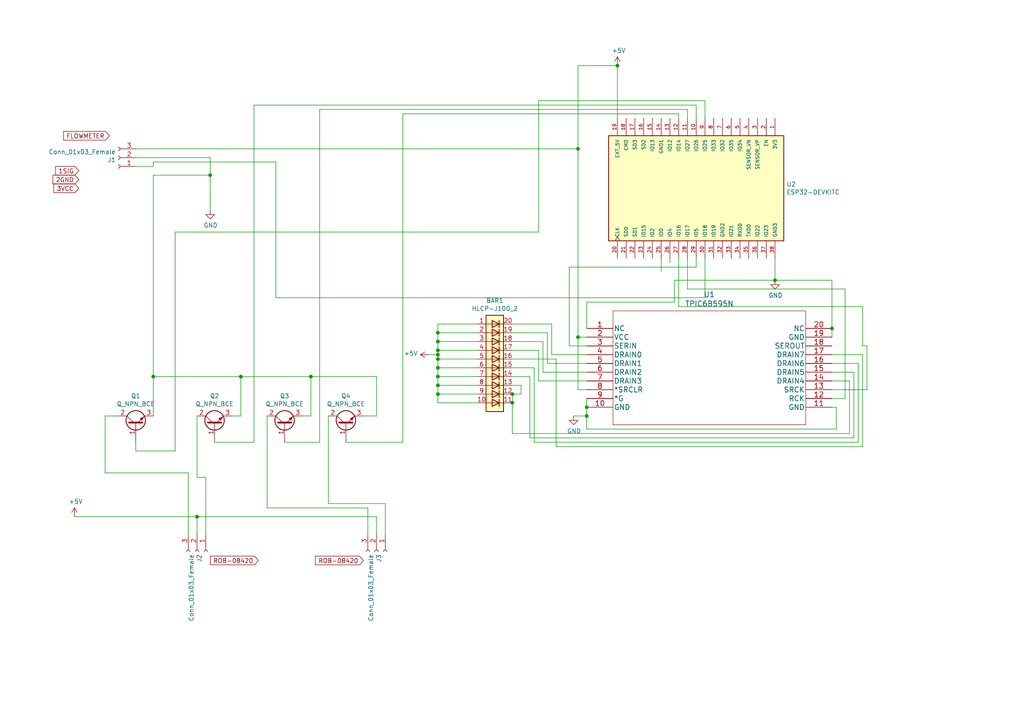
<source format=kicad_sch>
(kicad_sch (version 20211123) (generator eeschema)

  (uuid c81d65b0-cbb3-4472-a949-84fa42c3cb70)

  (paper "A4")

  (lib_symbols
    (symbol "Connector:Conn_01x03_Female" (pin_names (offset 1.016) hide) (in_bom yes) (on_board yes)
      (property "Reference" "J" (id 0) (at 0 5.08 0)
        (effects (font (size 1.27 1.27)))
      )
      (property "Value" "Conn_01x03_Female" (id 1) (at 0 -5.08 0)
        (effects (font (size 1.27 1.27)))
      )
      (property "Footprint" "" (id 2) (at 0 0 0)
        (effects (font (size 1.27 1.27)) hide)
      )
      (property "Datasheet" "~" (id 3) (at 0 0 0)
        (effects (font (size 1.27 1.27)) hide)
      )
      (property "ki_keywords" "connector" (id 4) (at 0 0 0)
        (effects (font (size 1.27 1.27)) hide)
      )
      (property "ki_description" "Generic connector, single row, 01x03, script generated (kicad-library-utils/schlib/autogen/connector/)" (id 5) (at 0 0 0)
        (effects (font (size 1.27 1.27)) hide)
      )
      (property "ki_fp_filters" "Connector*:*_1x??_*" (id 6) (at 0 0 0)
        (effects (font (size 1.27 1.27)) hide)
      )
      (symbol "Conn_01x03_Female_1_1"
        (arc (start 0 -2.032) (mid -0.508 -2.54) (end 0 -3.048)
          (stroke (width 0.1524) (type default) (color 0 0 0 0))
          (fill (type none))
        )
        (polyline
          (pts
            (xy -1.27 -2.54)
            (xy -0.508 -2.54)
          )
          (stroke (width 0.1524) (type default) (color 0 0 0 0))
          (fill (type none))
        )
        (polyline
          (pts
            (xy -1.27 0)
            (xy -0.508 0)
          )
          (stroke (width 0.1524) (type default) (color 0 0 0 0))
          (fill (type none))
        )
        (polyline
          (pts
            (xy -1.27 2.54)
            (xy -0.508 2.54)
          )
          (stroke (width 0.1524) (type default) (color 0 0 0 0))
          (fill (type none))
        )
        (arc (start 0 0.508) (mid -0.508 0) (end 0 -0.508)
          (stroke (width 0.1524) (type default) (color 0 0 0 0))
          (fill (type none))
        )
        (arc (start 0 3.048) (mid -0.508 2.54) (end 0 2.032)
          (stroke (width 0.1524) (type default) (color 0 0 0 0))
          (fill (type none))
        )
        (pin passive line (at -5.08 2.54 0) (length 3.81)
          (name "Pin_1" (effects (font (size 1.27 1.27))))
          (number "1" (effects (font (size 1.27 1.27))))
        )
        (pin passive line (at -5.08 0 0) (length 3.81)
          (name "Pin_2" (effects (font (size 1.27 1.27))))
          (number "2" (effects (font (size 1.27 1.27))))
        )
        (pin passive line (at -5.08 -2.54 0) (length 3.81)
          (name "Pin_3" (effects (font (size 1.27 1.27))))
          (number "3" (effects (font (size 1.27 1.27))))
        )
      )
    )
    (symbol "ControlCalefaccion-rescue:ESP32-DEVKITC-esp32pry" (pin_names (offset 1.016)) (in_bom yes) (on_board yes)
      (property "Reference" "U" (id 0) (at -15.2654 26.0604 0)
        (effects (font (size 1.27 1.27)) (justify left bottom))
      )
      (property "Value" "ESP32-DEVKITC-esp32pry" (id 1) (at -15.2654 -27.9654 0)
        (effects (font (size 1.27 1.27)) (justify left bottom))
      )
      (property "Footprint" "MODULE_ESP32-DEVKITC" (id 2) (at 0 0 0)
        (effects (font (size 1.27 1.27)) (justify left bottom) hide)
      )
      (property "Datasheet" "" (id 3) (at 0 0 0)
        (effects (font (size 1.27 1.27)) (justify left bottom) hide)
      )
      (property "STANDARD" "Manufacturer Recommendations" (id 4) (at 0 0 0)
        (effects (font (size 1.27 1.27)) (justify left bottom) hide)
      )
      (property "PARTREV" "N/A" (id 5) (at 0 0 0)
        (effects (font (size 1.27 1.27)) (justify left bottom) hide)
      )
      (property "MANUFACTURER" "ESPRESSIF" (id 6) (at 0 0 0)
        (effects (font (size 1.27 1.27)) (justify left bottom) hide)
      )
      (property "ki_locked" "" (id 7) (at 0 0 0)
        (effects (font (size 1.27 1.27)))
      )
      (symbol "ESP32-DEVKITC-esp32pry_0_0"
        (rectangle (start -15.24 -25.4) (end 15.24 25.4)
          (stroke (width 0.254) (type default) (color 0 0 0 0))
          (fill (type background))
        )
        (pin power_in line (at -20.32 22.86 0) (length 5.08)
          (name "3V3" (effects (font (size 1.016 1.016))))
          (number "1" (effects (font (size 1.016 1.016))))
        )
        (pin bidirectional line (at -20.32 0 0) (length 5.08)
          (name "IO26" (effects (font (size 1.016 1.016))))
          (number "10" (effects (font (size 1.016 1.016))))
        )
        (pin bidirectional line (at -20.32 -2.54 0) (length 5.08)
          (name "IO27" (effects (font (size 1.016 1.016))))
          (number "11" (effects (font (size 1.016 1.016))))
        )
        (pin bidirectional line (at -20.32 -5.08 0) (length 5.08)
          (name "IO14" (effects (font (size 1.016 1.016))))
          (number "12" (effects (font (size 1.016 1.016))))
        )
        (pin bidirectional line (at -20.32 -7.62 0) (length 5.08)
          (name "IO12" (effects (font (size 1.016 1.016))))
          (number "13" (effects (font (size 1.016 1.016))))
        )
        (pin power_in line (at -20.32 -10.16 0) (length 5.08)
          (name "GND1" (effects (font (size 1.016 1.016))))
          (number "14" (effects (font (size 1.016 1.016))))
        )
        (pin bidirectional line (at -20.32 -12.7 0) (length 5.08)
          (name "IO13" (effects (font (size 1.016 1.016))))
          (number "15" (effects (font (size 1.016 1.016))))
        )
        (pin bidirectional line (at -20.32 -15.24 0) (length 5.08)
          (name "SD2" (effects (font (size 1.016 1.016))))
          (number "16" (effects (font (size 1.016 1.016))))
        )
        (pin bidirectional line (at -20.32 -17.78 0) (length 5.08)
          (name "SD3" (effects (font (size 1.016 1.016))))
          (number "17" (effects (font (size 1.016 1.016))))
        )
        (pin bidirectional line (at -20.32 -20.32 0) (length 5.08)
          (name "CMD" (effects (font (size 1.016 1.016))))
          (number "18" (effects (font (size 1.016 1.016))))
        )
        (pin power_in line (at -20.32 -22.86 0) (length 5.08)
          (name "EXT_5V" (effects (font (size 1.016 1.016))))
          (number "19" (effects (font (size 1.016 1.016))))
        )
        (pin input line (at -20.32 20.32 0) (length 5.08)
          (name "EN" (effects (font (size 1.016 1.016))))
          (number "2" (effects (font (size 1.016 1.016))))
        )
        (pin input clock (at 20.32 -22.86 180) (length 5.08)
          (name "CLK" (effects (font (size 1.016 1.016))))
          (number "20" (effects (font (size 1.016 1.016))))
        )
        (pin bidirectional line (at 20.32 -20.32 180) (length 5.08)
          (name "SD0" (effects (font (size 1.016 1.016))))
          (number "21" (effects (font (size 1.016 1.016))))
        )
        (pin bidirectional line (at 20.32 -17.78 180) (length 5.08)
          (name "SD1" (effects (font (size 1.016 1.016))))
          (number "22" (effects (font (size 1.016 1.016))))
        )
        (pin bidirectional line (at 20.32 -15.24 180) (length 5.08)
          (name "IO15" (effects (font (size 1.016 1.016))))
          (number "23" (effects (font (size 1.016 1.016))))
        )
        (pin bidirectional line (at 20.32 -12.7 180) (length 5.08)
          (name "IO2" (effects (font (size 1.016 1.016))))
          (number "24" (effects (font (size 1.016 1.016))))
        )
        (pin bidirectional line (at 20.32 -10.16 180) (length 5.08)
          (name "IO0" (effects (font (size 1.016 1.016))))
          (number "25" (effects (font (size 1.016 1.016))))
        )
        (pin bidirectional line (at 20.32 -7.62 180) (length 5.08)
          (name "IO4" (effects (font (size 1.016 1.016))))
          (number "26" (effects (font (size 1.016 1.016))))
        )
        (pin bidirectional line (at 20.32 -5.08 180) (length 5.08)
          (name "IO16" (effects (font (size 1.016 1.016))))
          (number "27" (effects (font (size 1.016 1.016))))
        )
        (pin bidirectional line (at 20.32 -2.54 180) (length 5.08)
          (name "IO17" (effects (font (size 1.016 1.016))))
          (number "28" (effects (font (size 1.016 1.016))))
        )
        (pin bidirectional line (at 20.32 0 180) (length 5.08)
          (name "IO5" (effects (font (size 1.016 1.016))))
          (number "29" (effects (font (size 1.016 1.016))))
        )
        (pin input line (at -20.32 17.78 0) (length 5.08)
          (name "SENSOR_VP" (effects (font (size 1.016 1.016))))
          (number "3" (effects (font (size 1.016 1.016))))
        )
        (pin bidirectional line (at 20.32 2.54 180) (length 5.08)
          (name "IO18" (effects (font (size 1.016 1.016))))
          (number "30" (effects (font (size 1.016 1.016))))
        )
        (pin bidirectional line (at 20.32 5.08 180) (length 5.08)
          (name "IO19" (effects (font (size 1.016 1.016))))
          (number "31" (effects (font (size 1.016 1.016))))
        )
        (pin power_in line (at 20.32 7.62 180) (length 5.08)
          (name "GND2" (effects (font (size 1.016 1.016))))
          (number "32" (effects (font (size 1.016 1.016))))
        )
        (pin bidirectional line (at 20.32 10.16 180) (length 5.08)
          (name "IO21" (effects (font (size 1.016 1.016))))
          (number "33" (effects (font (size 1.016 1.016))))
        )
        (pin input line (at 20.32 12.7 180) (length 5.08)
          (name "RXD0" (effects (font (size 1.016 1.016))))
          (number "34" (effects (font (size 1.016 1.016))))
        )
        (pin output line (at 20.32 15.24 180) (length 5.08)
          (name "TXD0" (effects (font (size 1.016 1.016))))
          (number "35" (effects (font (size 1.016 1.016))))
        )
        (pin bidirectional line (at 20.32 17.78 180) (length 5.08)
          (name "IO22" (effects (font (size 1.016 1.016))))
          (number "36" (effects (font (size 1.016 1.016))))
        )
        (pin bidirectional line (at 20.32 20.32 180) (length 5.08)
          (name "IO23" (effects (font (size 1.016 1.016))))
          (number "37" (effects (font (size 1.016 1.016))))
        )
        (pin power_in line (at 20.32 22.86 180) (length 5.08)
          (name "GND3" (effects (font (size 1.016 1.016))))
          (number "38" (effects (font (size 1.016 1.016))))
        )
        (pin input line (at -20.32 15.24 0) (length 5.08)
          (name "SENSOR_VN" (effects (font (size 1.016 1.016))))
          (number "4" (effects (font (size 1.016 1.016))))
        )
        (pin bidirectional line (at -20.32 12.7 0) (length 5.08)
          (name "IO34" (effects (font (size 1.016 1.016))))
          (number "5" (effects (font (size 1.016 1.016))))
        )
        (pin bidirectional line (at -20.32 10.16 0) (length 5.08)
          (name "IO35" (effects (font (size 1.016 1.016))))
          (number "6" (effects (font (size 1.016 1.016))))
        )
        (pin bidirectional line (at -20.32 7.62 0) (length 5.08)
          (name "IO32" (effects (font (size 1.016 1.016))))
          (number "7" (effects (font (size 1.016 1.016))))
        )
        (pin bidirectional line (at -20.32 5.08 0) (length 5.08)
          (name "IO33" (effects (font (size 1.016 1.016))))
          (number "8" (effects (font (size 1.016 1.016))))
        )
        (pin bidirectional line (at -20.32 2.54 0) (length 5.08)
          (name "IO25" (effects (font (size 1.016 1.016))))
          (number "9" (effects (font (size 1.016 1.016))))
        )
      )
    )
    (symbol "ControlCalefaccion-rescue:TPIC6B595N-TPIC6B595N" (pin_names (offset 0.254)) (in_bom yes) (on_board yes)
      (property "Reference" "U" (id 0) (at 35.56 10.16 0)
        (effects (font (size 1.524 1.524)))
      )
      (property "Value" "TPIC6B595N-TPIC6B595N" (id 1) (at 35.56 7.62 0)
        (effects (font (size 1.524 1.524)))
      )
      (property "Footprint" "N20" (id 2) (at 35.56 6.096 0)
        (effects (font (size 1.524 1.524)) hide)
      )
      (property "Datasheet" "" (id 3) (at 0 0 0)
        (effects (font (size 1.524 1.524)))
      )
      (property "ki_locked" "" (id 4) (at 0 0 0)
        (effects (font (size 1.27 1.27)))
      )
      (property "ki_fp_filters" "N20" (id 5) (at 0 0 0)
        (effects (font (size 1.27 1.27)) hide)
      )
      (symbol "TPIC6B595N-TPIC6B595N_1_1"
        (polyline
          (pts
            (xy 7.62 -27.94)
            (xy 63.5 -27.94)
          )
          (stroke (width 0.127) (type default) (color 0 0 0 0))
          (fill (type none))
        )
        (polyline
          (pts
            (xy 7.62 5.08)
            (xy 7.62 -27.94)
          )
          (stroke (width 0.127) (type default) (color 0 0 0 0))
          (fill (type none))
        )
        (polyline
          (pts
            (xy 63.5 -27.94)
            (xy 63.5 5.08)
          )
          (stroke (width 0.127) (type default) (color 0 0 0 0))
          (fill (type none))
        )
        (polyline
          (pts
            (xy 63.5 5.08)
            (xy 7.62 5.08)
          )
          (stroke (width 0.127) (type default) (color 0 0 0 0))
          (fill (type none))
        )
        (pin unspecified line (at 0 0 0) (length 7.62)
          (name "NC" (effects (font (size 1.4986 1.4986))))
          (number "1" (effects (font (size 1.4986 1.4986))))
        )
        (pin power_in line (at 0 -22.86 0) (length 7.62)
          (name "GND" (effects (font (size 1.4986 1.4986))))
          (number "10" (effects (font (size 1.4986 1.4986))))
        )
        (pin power_in line (at 71.12 -22.86 180) (length 7.62)
          (name "GND" (effects (font (size 1.4986 1.4986))))
          (number "11" (effects (font (size 1.4986 1.4986))))
        )
        (pin input line (at 71.12 -20.32 180) (length 7.62)
          (name "RCK" (effects (font (size 1.4986 1.4986))))
          (number "12" (effects (font (size 1.4986 1.4986))))
        )
        (pin input line (at 71.12 -17.78 180) (length 7.62)
          (name "SRCK" (effects (font (size 1.4986 1.4986))))
          (number "13" (effects (font (size 1.4986 1.4986))))
        )
        (pin output line (at 71.12 -15.24 180) (length 7.62)
          (name "DRAIN4" (effects (font (size 1.4986 1.4986))))
          (number "14" (effects (font (size 1.4986 1.4986))))
        )
        (pin output line (at 71.12 -12.7 180) (length 7.62)
          (name "DRAIN5" (effects (font (size 1.4986 1.4986))))
          (number "15" (effects (font (size 1.4986 1.4986))))
        )
        (pin output line (at 71.12 -10.16 180) (length 7.62)
          (name "DRAIN6" (effects (font (size 1.4986 1.4986))))
          (number "16" (effects (font (size 1.4986 1.4986))))
        )
        (pin output line (at 71.12 -7.62 180) (length 7.62)
          (name "DRAIN7" (effects (font (size 1.4986 1.4986))))
          (number "17" (effects (font (size 1.4986 1.4986))))
        )
        (pin output line (at 71.12 -5.08 180) (length 7.62)
          (name "SEROUT" (effects (font (size 1.4986 1.4986))))
          (number "18" (effects (font (size 1.4986 1.4986))))
        )
        (pin power_in line (at 71.12 -2.54 180) (length 7.62)
          (name "GND" (effects (font (size 1.4986 1.4986))))
          (number "19" (effects (font (size 1.4986 1.4986))))
        )
        (pin power_in line (at 0 -2.54 0) (length 7.62)
          (name "VCC" (effects (font (size 1.4986 1.4986))))
          (number "2" (effects (font (size 1.4986 1.4986))))
        )
        (pin unspecified line (at 71.12 0 180) (length 7.62)
          (name "NC" (effects (font (size 1.4986 1.4986))))
          (number "20" (effects (font (size 1.4986 1.4986))))
        )
        (pin input line (at 0 -5.08 0) (length 7.62)
          (name "SERIN" (effects (font (size 1.4986 1.4986))))
          (number "3" (effects (font (size 1.4986 1.4986))))
        )
        (pin output line (at 0 -7.62 0) (length 7.62)
          (name "DRAIN0" (effects (font (size 1.4986 1.4986))))
          (number "4" (effects (font (size 1.4986 1.4986))))
        )
        (pin output line (at 0 -10.16 0) (length 7.62)
          (name "DRAIN1" (effects (font (size 1.4986 1.4986))))
          (number "5" (effects (font (size 1.4986 1.4986))))
        )
        (pin output line (at 0 -12.7 0) (length 7.62)
          (name "DRAIN2" (effects (font (size 1.4986 1.4986))))
          (number "6" (effects (font (size 1.4986 1.4986))))
        )
        (pin output line (at 0 -15.24 0) (length 7.62)
          (name "DRAIN3" (effects (font (size 1.4986 1.4986))))
          (number "7" (effects (font (size 1.4986 1.4986))))
        )
        (pin input line (at 0 -17.78 0) (length 7.62)
          (name "*SRCLR" (effects (font (size 1.4986 1.4986))))
          (number "8" (effects (font (size 1.4986 1.4986))))
        )
        (pin input line (at 0 -20.32 0) (length 7.62)
          (name "*G" (effects (font (size 1.4986 1.4986))))
          (number "9" (effects (font (size 1.4986 1.4986))))
        )
      )
    )
    (symbol "Device:Q_NPN_BCE" (pin_names (offset 0) hide) (in_bom yes) (on_board yes)
      (property "Reference" "Q" (id 0) (at 5.08 1.27 0)
        (effects (font (size 1.27 1.27)) (justify left))
      )
      (property "Value" "Q_NPN_BCE" (id 1) (at 5.08 -1.27 0)
        (effects (font (size 1.27 1.27)) (justify left))
      )
      (property "Footprint" "" (id 2) (at 5.08 2.54 0)
        (effects (font (size 1.27 1.27)) hide)
      )
      (property "Datasheet" "~" (id 3) (at 0 0 0)
        (effects (font (size 1.27 1.27)) hide)
      )
      (property "ki_keywords" "transistor NPN" (id 4) (at 0 0 0)
        (effects (font (size 1.27 1.27)) hide)
      )
      (property "ki_description" "NPN transistor, base/collector/emitter" (id 5) (at 0 0 0)
        (effects (font (size 1.27 1.27)) hide)
      )
      (symbol "Q_NPN_BCE_0_1"
        (polyline
          (pts
            (xy 0.635 0.635)
            (xy 2.54 2.54)
          )
          (stroke (width 0) (type default) (color 0 0 0 0))
          (fill (type none))
        )
        (polyline
          (pts
            (xy 0.635 -0.635)
            (xy 2.54 -2.54)
            (xy 2.54 -2.54)
          )
          (stroke (width 0) (type default) (color 0 0 0 0))
          (fill (type none))
        )
        (polyline
          (pts
            (xy 0.635 1.905)
            (xy 0.635 -1.905)
            (xy 0.635 -1.905)
          )
          (stroke (width 0.508) (type default) (color 0 0 0 0))
          (fill (type none))
        )
        (polyline
          (pts
            (xy 1.27 -1.778)
            (xy 1.778 -1.27)
            (xy 2.286 -2.286)
            (xy 1.27 -1.778)
            (xy 1.27 -1.778)
          )
          (stroke (width 0) (type default) (color 0 0 0 0))
          (fill (type outline))
        )
        (circle (center 1.27 0) (radius 2.8194)
          (stroke (width 0.254) (type default) (color 0 0 0 0))
          (fill (type none))
        )
      )
      (symbol "Q_NPN_BCE_1_1"
        (pin input line (at -5.08 0 0) (length 5.715)
          (name "B" (effects (font (size 1.27 1.27))))
          (number "1" (effects (font (size 1.27 1.27))))
        )
        (pin passive line (at 2.54 5.08 270) (length 2.54)
          (name "C" (effects (font (size 1.27 1.27))))
          (number "2" (effects (font (size 1.27 1.27))))
        )
        (pin passive line (at 2.54 -5.08 90) (length 2.54)
          (name "E" (effects (font (size 1.27 1.27))))
          (number "3" (effects (font (size 1.27 1.27))))
        )
      )
    )
    (symbol "LED:HLCP-J100_2" (pin_names (offset 1.016) hide) (in_bom yes) (on_board yes)
      (property "Reference" "BAR" (id 0) (at 0 15.24 0)
        (effects (font (size 1.27 1.27)))
      )
      (property "Value" "HLCP-J100_2" (id 1) (at 0 -17.78 0)
        (effects (font (size 1.27 1.27)))
      )
      (property "Footprint" "Display:HLCP-J100" (id 2) (at 0 -20.32 0)
        (effects (font (size 1.27 1.27)) hide)
      )
      (property "Datasheet" "https://docs.broadcom.com/docs/AV02-1798EN" (id 3) (at -50.8 5.08 0)
        (effects (font (size 1.27 1.27)) hide)
      )
      (property "ki_keywords" "display LED array" (id 4) (at 0 0 0)
        (effects (font (size 1.27 1.27)) hide)
      )
      (property "ki_description" "BAR GRAPH 10 segment block, AlGaAs red" (id 5) (at 0 0 0)
        (effects (font (size 1.27 1.27)) hide)
      )
      (property "ki_fp_filters" "HLCP?J100*" (id 6) (at 0 0 0)
        (effects (font (size 1.27 1.27)) hide)
      )
      (symbol "HLCP-J100_2_0_1"
        (rectangle (start -2.54 12.7) (end 2.54 -15.24)
          (stroke (width 0.254) (type default) (color 0 0 0 0))
          (fill (type background))
        )
        (polyline
          (pts
            (xy -2.54 -12.7)
            (xy 2.54 -12.7)
          )
          (stroke (width 0) (type default) (color 0 0 0 0))
          (fill (type none))
        )
        (polyline
          (pts
            (xy -2.54 -10.16)
            (xy 2.54 -10.16)
          )
          (stroke (width 0) (type default) (color 0 0 0 0))
          (fill (type none))
        )
        (polyline
          (pts
            (xy -2.54 -7.62)
            (xy 2.54 -7.62)
          )
          (stroke (width 0) (type default) (color 0 0 0 0))
          (fill (type none))
        )
        (polyline
          (pts
            (xy -2.54 -5.08)
            (xy 2.54 -5.08)
          )
          (stroke (width 0) (type default) (color 0 0 0 0))
          (fill (type none))
        )
        (polyline
          (pts
            (xy -2.54 0)
            (xy 2.54 0)
          )
          (stroke (width 0) (type default) (color 0 0 0 0))
          (fill (type none))
        )
        (polyline
          (pts
            (xy -2.54 5.08)
            (xy 2.54 5.08)
          )
          (stroke (width 0) (type default) (color 0 0 0 0))
          (fill (type none))
        )
        (polyline
          (pts
            (xy -2.54 7.62)
            (xy 2.54 7.62)
          )
          (stroke (width 0) (type default) (color 0 0 0 0))
          (fill (type none))
        )
        (polyline
          (pts
            (xy -2.54 10.16)
            (xy 2.54 10.16)
          )
          (stroke (width 0) (type default) (color 0 0 0 0))
          (fill (type none))
        )
        (polyline
          (pts
            (xy 1.27 -11.684)
            (xy 1.27 -13.716)
          )
          (stroke (width 0.254) (type default) (color 0 0 0 0))
          (fill (type none))
        )
        (polyline
          (pts
            (xy 1.27 -9.144)
            (xy 1.27 -11.176)
          )
          (stroke (width 0.254) (type default) (color 0 0 0 0))
          (fill (type none))
        )
        (polyline
          (pts
            (xy 1.27 -6.604)
            (xy 1.27 -8.636)
          )
          (stroke (width 0.254) (type default) (color 0 0 0 0))
          (fill (type none))
        )
        (polyline
          (pts
            (xy 1.27 -4.064)
            (xy 1.27 -6.096)
          )
          (stroke (width 0.254) (type default) (color 0 0 0 0))
          (fill (type none))
        )
        (polyline
          (pts
            (xy 1.27 -1.524)
            (xy 1.27 -3.556)
          )
          (stroke (width 0.254) (type default) (color 0 0 0 0))
          (fill (type none))
        )
        (polyline
          (pts
            (xy 1.27 1.016)
            (xy 1.27 -1.016)
          )
          (stroke (width 0.254) (type default) (color 0 0 0 0))
          (fill (type none))
        )
        (polyline
          (pts
            (xy 1.27 3.556)
            (xy 1.27 1.524)
          )
          (stroke (width 0.254) (type default) (color 0 0 0 0))
          (fill (type none))
        )
        (polyline
          (pts
            (xy 1.27 6.096)
            (xy 1.27 4.064)
          )
          (stroke (width 0.254) (type default) (color 0 0 0 0))
          (fill (type none))
        )
        (polyline
          (pts
            (xy 1.27 8.636)
            (xy 1.27 6.604)
          )
          (stroke (width 0.254) (type default) (color 0 0 0 0))
          (fill (type none))
        )
        (polyline
          (pts
            (xy 1.27 11.176)
            (xy 1.27 9.144)
          )
          (stroke (width 0.254) (type default) (color 0 0 0 0))
          (fill (type none))
        )
        (polyline
          (pts
            (xy 2.54 -2.54)
            (xy -2.54 -2.54)
          )
          (stroke (width 0) (type default) (color 0 0 0 0))
          (fill (type none))
        )
        (polyline
          (pts
            (xy 2.54 2.54)
            (xy -2.54 2.54)
          )
          (stroke (width 0) (type default) (color 0 0 0 0))
          (fill (type none))
        )
        (polyline
          (pts
            (xy -0.762 -11.684)
            (xy -0.762 -13.716)
            (xy 1.27 -12.7)
            (xy -0.762 -11.684)
          )
          (stroke (width 0.254) (type default) (color 0 0 0 0))
          (fill (type none))
        )
        (polyline
          (pts
            (xy -0.762 -9.144)
            (xy -0.762 -11.176)
            (xy 1.27 -10.16)
            (xy -0.762 -9.144)
          )
          (stroke (width 0.254) (type default) (color 0 0 0 0))
          (fill (type none))
        )
        (polyline
          (pts
            (xy -0.762 -6.604)
            (xy -0.762 -8.636)
            (xy 1.27 -7.62)
            (xy -0.762 -6.604)
          )
          (stroke (width 0.254) (type default) (color 0 0 0 0))
          (fill (type none))
        )
        (polyline
          (pts
            (xy -0.762 -4.064)
            (xy -0.762 -6.096)
            (xy 1.27 -5.08)
            (xy -0.762 -4.064)
          )
          (stroke (width 0.254) (type default) (color 0 0 0 0))
          (fill (type none))
        )
        (polyline
          (pts
            (xy -0.762 -1.524)
            (xy -0.762 -3.556)
            (xy 1.27 -2.54)
            (xy -0.762 -1.524)
          )
          (stroke (width 0.254) (type default) (color 0 0 0 0))
          (fill (type none))
        )
        (polyline
          (pts
            (xy -0.762 1.016)
            (xy -0.762 -1.016)
            (xy 1.27 0)
            (xy -0.762 1.016)
          )
          (stroke (width 0.254) (type default) (color 0 0 0 0))
          (fill (type none))
        )
        (polyline
          (pts
            (xy -0.762 3.556)
            (xy -0.762 1.524)
            (xy 1.27 2.54)
            (xy -0.762 3.556)
          )
          (stroke (width 0.254) (type default) (color 0 0 0 0))
          (fill (type none))
        )
        (polyline
          (pts
            (xy -0.762 6.096)
            (xy -0.762 4.064)
            (xy 1.27 5.08)
            (xy -0.762 6.096)
          )
          (stroke (width 0.254) (type default) (color 0 0 0 0))
          (fill (type none))
        )
        (polyline
          (pts
            (xy -0.762 8.636)
            (xy -0.762 6.604)
            (xy 1.27 7.62)
            (xy -0.762 8.636)
          )
          (stroke (width 0.254) (type default) (color 0 0 0 0))
          (fill (type none))
        )
        (polyline
          (pts
            (xy -0.762 11.176)
            (xy -0.762 9.144)
            (xy 1.27 10.16)
            (xy -0.762 11.176)
          )
          (stroke (width 0.254) (type default) (color 0 0 0 0))
          (fill (type none))
        )
      )
      (symbol "HLCP-J100_2_1_1"
        (pin passive line (at -5.08 10.16 0) (length 2.54)
          (name "A" (effects (font (size 1.27 1.27))))
          (number "1" (effects (font (size 1.27 1.27))))
        )
        (pin passive line (at -5.08 -12.7 0) (length 2.54)
          (name "A" (effects (font (size 1.27 1.27))))
          (number "10" (effects (font (size 1.27 1.27))))
        )
        (pin passive line (at 5.08 -12.7 180) (length 2.54)
          (name "K" (effects (font (size 1.27 1.27))))
          (number "11" (effects (font (size 1.27 1.27))))
        )
        (pin passive line (at 5.08 -10.16 180) (length 2.54)
          (name "K" (effects (font (size 1.27 1.27))))
          (number "12" (effects (font (size 1.27 1.27))))
        )
        (pin passive line (at 5.08 -7.62 180) (length 2.54)
          (name "K" (effects (font (size 1.27 1.27))))
          (number "13" (effects (font (size 1.27 1.27))))
        )
        (pin passive line (at 5.08 -5.08 180) (length 2.54)
          (name "K" (effects (font (size 1.27 1.27))))
          (number "14" (effects (font (size 1.27 1.27))))
        )
        (pin passive line (at 5.08 -2.54 180) (length 2.54)
          (name "K" (effects (font (size 1.27 1.27))))
          (number "15" (effects (font (size 1.27 1.27))))
        )
        (pin passive line (at 5.08 0 180) (length 2.54)
          (name "K" (effects (font (size 1.27 1.27))))
          (number "16" (effects (font (size 1.27 1.27))))
        )
        (pin passive line (at 5.08 2.54 180) (length 2.54)
          (name "K" (effects (font (size 1.27 1.27))))
          (number "17" (effects (font (size 1.27 1.27))))
        )
        (pin passive line (at 5.08 5.08 180) (length 2.54)
          (name "K" (effects (font (size 1.27 1.27))))
          (number "18" (effects (font (size 1.27 1.27))))
        )
        (pin passive line (at 5.08 7.62 180) (length 2.54)
          (name "K" (effects (font (size 1.27 1.27))))
          (number "19" (effects (font (size 1.27 1.27))))
        )
        (pin passive line (at -5.08 7.62 0) (length 2.54)
          (name "A" (effects (font (size 1.27 1.27))))
          (number "2" (effects (font (size 1.27 1.27))))
        )
        (pin passive line (at 5.08 10.16 180) (length 2.54)
          (name "K" (effects (font (size 1.27 1.27))))
          (number "20" (effects (font (size 1.27 1.27))))
        )
        (pin passive line (at -5.08 5.08 0) (length 2.54)
          (name "A" (effects (font (size 1.27 1.27))))
          (number "3" (effects (font (size 1.27 1.27))))
        )
        (pin passive line (at -5.08 2.54 0) (length 2.54)
          (name "A" (effects (font (size 1.27 1.27))))
          (number "4" (effects (font (size 1.27 1.27))))
        )
        (pin passive line (at -5.08 0 0) (length 2.54)
          (name "A" (effects (font (size 1.27 1.27))))
          (number "5" (effects (font (size 1.27 1.27))))
        )
        (pin passive line (at -5.08 -2.54 0) (length 2.54)
          (name "A" (effects (font (size 1.27 1.27))))
          (number "6" (effects (font (size 1.27 1.27))))
        )
        (pin passive line (at -5.08 -5.08 0) (length 2.54)
          (name "A" (effects (font (size 1.27 1.27))))
          (number "7" (effects (font (size 1.27 1.27))))
        )
        (pin passive line (at -5.08 -7.62 0) (length 2.54)
          (name "A" (effects (font (size 1.27 1.27))))
          (number "8" (effects (font (size 1.27 1.27))))
        )
        (pin passive line (at -5.08 -10.16 0) (length 2.54)
          (name "A" (effects (font (size 1.27 1.27))))
          (number "9" (effects (font (size 1.27 1.27))))
        )
      )
    )
    (symbol "power:+5V" (power) (pin_names (offset 0)) (in_bom yes) (on_board yes)
      (property "Reference" "#PWR" (id 0) (at 0 -3.81 0)
        (effects (font (size 1.27 1.27)) hide)
      )
      (property "Value" "+5V" (id 1) (at 0 3.556 0)
        (effects (font (size 1.27 1.27)))
      )
      (property "Footprint" "" (id 2) (at 0 0 0)
        (effects (font (size 1.27 1.27)) hide)
      )
      (property "Datasheet" "" (id 3) (at 0 0 0)
        (effects (font (size 1.27 1.27)) hide)
      )
      (property "ki_keywords" "power-flag" (id 4) (at 0 0 0)
        (effects (font (size 1.27 1.27)) hide)
      )
      (property "ki_description" "Power symbol creates a global label with name \"+5V\"" (id 5) (at 0 0 0)
        (effects (font (size 1.27 1.27)) hide)
      )
      (symbol "+5V_0_1"
        (polyline
          (pts
            (xy -0.762 1.27)
            (xy 0 2.54)
          )
          (stroke (width 0) (type default) (color 0 0 0 0))
          (fill (type none))
        )
        (polyline
          (pts
            (xy 0 0)
            (xy 0 2.54)
          )
          (stroke (width 0) (type default) (color 0 0 0 0))
          (fill (type none))
        )
        (polyline
          (pts
            (xy 0 2.54)
            (xy 0.762 1.27)
          )
          (stroke (width 0) (type default) (color 0 0 0 0))
          (fill (type none))
        )
      )
      (symbol "+5V_1_1"
        (pin power_in line (at 0 0 90) (length 0) hide
          (name "+5V" (effects (font (size 1.27 1.27))))
          (number "1" (effects (font (size 1.27 1.27))))
        )
      )
    )
    (symbol "power:GND" (power) (pin_names (offset 0)) (in_bom yes) (on_board yes)
      (property "Reference" "#PWR" (id 0) (at 0 -6.35 0)
        (effects (font (size 1.27 1.27)) hide)
      )
      (property "Value" "GND" (id 1) (at 0 -3.81 0)
        (effects (font (size 1.27 1.27)))
      )
      (property "Footprint" "" (id 2) (at 0 0 0)
        (effects (font (size 1.27 1.27)) hide)
      )
      (property "Datasheet" "" (id 3) (at 0 0 0)
        (effects (font (size 1.27 1.27)) hide)
      )
      (property "ki_keywords" "power-flag" (id 4) (at 0 0 0)
        (effects (font (size 1.27 1.27)) hide)
      )
      (property "ki_description" "Power symbol creates a global label with name \"GND\" , ground" (id 5) (at 0 0 0)
        (effects (font (size 1.27 1.27)) hide)
      )
      (symbol "GND_0_1"
        (polyline
          (pts
            (xy 0 0)
            (xy 0 -1.27)
            (xy 1.27 -1.27)
            (xy 0 -2.54)
            (xy -1.27 -1.27)
            (xy 0 -1.27)
          )
          (stroke (width 0) (type default) (color 0 0 0 0))
          (fill (type none))
        )
      )
      (symbol "GND_1_1"
        (pin power_in line (at 0 0 270) (length 0) hide
          (name "GND" (effects (font (size 1.27 1.27))))
          (number "1" (effects (font (size 1.27 1.27))))
        )
      )
    )
  )

  (junction (at 127 106.68) (diameter 0) (color 0 0 0 0)
    (uuid 0d49e862-8d0e-4040-aa0c-2731c07e2e35)
  )
  (junction (at 241.3 95.25) (diameter 0) (color 0 0 0 0)
    (uuid 2b9f4924-b73d-4ad6-b807-0bdcd94b68bc)
  )
  (junction (at 224.79 81.28) (diameter 0) (color 0 0 0 0)
    (uuid 3c767af6-59b7-4d2a-82cb-8f911c8bc0a3)
  )
  (junction (at 170.18 120.65) (diameter 0) (color 0 0 0 0)
    (uuid 498b4896-b80a-4fb8-a745-b6ddebfaab38)
  )
  (junction (at 170.18 118.11) (diameter 0) (color 0 0 0 0)
    (uuid 4a6e6424-9c7e-4650-a7fe-44ecf8911b7e)
  )
  (junction (at 127 109.22) (diameter 0) (color 0 0 0 0)
    (uuid 5d6c2f6c-e791-412a-ba83-992b04d065ed)
  )
  (junction (at 69.85 109.22) (diameter 0) (color 0 0 0 0)
    (uuid 636e1376-cd8b-4a1f-b1c8-23f4c167f3c5)
  )
  (junction (at 127 111.76) (diameter 0) (color 0 0 0 0)
    (uuid 736671d8-8726-42ad-8fff-7300d6d7311c)
  )
  (junction (at 127 101.6) (diameter 0) (color 0 0 0 0)
    (uuid 8b017cae-e9a5-4699-a680-08a7b981c77c)
  )
  (junction (at 127 104.14) (diameter 0) (color 0 0 0 0)
    (uuid 8bf87a5c-808f-43c2-9db3-f668f31e7bc3)
  )
  (junction (at 127 96.52) (diameter 0) (color 0 0 0 0)
    (uuid 91affa88-952c-494d-91f2-4bd4c2e13f86)
  )
  (junction (at 127 99.06) (diameter 0) (color 0 0 0 0)
    (uuid 95553e70-4906-48c2-9959-ebd8c6a5164d)
  )
  (junction (at 44.45 109.22) (diameter 0) (color 0 0 0 0)
    (uuid 97a0714f-1f59-4579-a4a6-7fedd1989164)
  )
  (junction (at 127 114.3) (diameter 0) (color 0 0 0 0)
    (uuid a25d5a54-dbb9-45d1-b83d-468b5ffdec68)
  )
  (junction (at 167.64 43.18) (diameter 0) (color 0 0 0 0)
    (uuid a5acf76c-0751-486d-87d6-c0f0fed8716d)
  )
  (junction (at 167.64 97.79) (diameter 0) (color 0 0 0 0)
    (uuid ae869d8e-c597-4b7b-b8e6-0bfa082422ff)
  )
  (junction (at 60.96 50.8) (diameter 0) (color 0 0 0 0)
    (uuid b17c82ae-fe47-4c4c-9d50-8319b11be942)
  )
  (junction (at 57.15 149.86) (diameter 0) (color 0 0 0 0)
    (uuid ba5b4f03-d77d-43bb-9092-af4b3b95332a)
  )
  (junction (at 179.07 19.05) (diameter 0) (color 0 0 0 0)
    (uuid bb0257ba-3c90-4999-9608-f8d6405803b1)
  )
  (junction (at 90.17 109.22) (diameter 0) (color 0 0 0 0)
    (uuid c0c7e65a-fa4b-4b62-8148-6cfa05df0d90)
  )
  (junction (at 148.59 114.3) (diameter 0) (color 0 0 0 0)
    (uuid c389a843-6a4e-4295-bd0d-48357f3ccb61)
  )
  (junction (at 127 102.87) (diameter 0) (color 0 0 0 0)
    (uuid cf320e64-bbe1-49e6-abb3-a03a35e0240e)
  )
  (junction (at 148.59 116.84) (diameter 0) (color 0 0 0 0)
    (uuid ffb97f87-e122-43c1-b226-9e59e8e7acec)
  )

  (wire (pts (xy 167.64 19.05) (xy 179.07 19.05))
    (stroke (width 0) (type default) (color 0 0 0 0))
    (uuid 0207f5f9-b53c-484c-b4c3-fd90093aa8af)
  )
  (wire (pts (xy 250.19 102.87) (xy 250.19 129.54))
    (stroke (width 0) (type default) (color 0 0 0 0))
    (uuid 020846b8-a55d-4745-996d-3edbdec735da)
  )
  (wire (pts (xy 148.59 96.52) (xy 158.75 96.52))
    (stroke (width 0) (type default) (color 0 0 0 0))
    (uuid 02861239-46b3-4b09-996c-073b94d42ee5)
  )
  (wire (pts (xy 179.07 19.05) (xy 179.07 34.29))
    (stroke (width 0) (type default) (color 0 0 0 0))
    (uuid 02886566-a3be-44ae-a1b4-261997f10ab9)
  )
  (wire (pts (xy 69.85 120.65) (xy 69.85 109.22))
    (stroke (width 0) (type default) (color 0 0 0 0))
    (uuid 028aab59-3193-4578-8902-f28a94a02b2a)
  )
  (wire (pts (xy 82.55 128.27) (xy 92.71 128.27))
    (stroke (width 0) (type default) (color 0 0 0 0))
    (uuid 03311175-d2ab-439a-a053-24663434e5cb)
  )
  (wire (pts (xy 127 101.6) (xy 127 99.06))
    (stroke (width 0) (type default) (color 0 0 0 0))
    (uuid 0543f3fe-3d8d-40a4-ae72-392ea1d0e41f)
  )
  (wire (pts (xy 250.19 129.54) (xy 161.29 129.54))
    (stroke (width 0) (type default) (color 0 0 0 0))
    (uuid 08d96b84-036f-429f-bcfd-27ec6f128844)
  )
  (wire (pts (xy 60.96 45.72) (xy 60.96 50.8))
    (stroke (width 0) (type default) (color 0 0 0 0))
    (uuid 0c541fe2-2f1a-4e9f-9cb2-d9534c9d999b)
  )
  (wire (pts (xy 67.31 120.65) (xy 69.85 120.65))
    (stroke (width 0) (type default) (color 0 0 0 0))
    (uuid 0ebc82b0-618f-4bc9-b3c2-3f24c203cadd)
  )
  (wire (pts (xy 156.21 101.6) (xy 156.21 110.49))
    (stroke (width 0) (type default) (color 0 0 0 0))
    (uuid 0f73ede8-ea18-4646-9c23-4ddb255c5ea1)
  )
  (wire (pts (xy 109.22 120.65) (xy 105.41 120.65))
    (stroke (width 0) (type default) (color 0 0 0 0))
    (uuid 0f9fc37c-ad06-455e-85c5-b310c48d838f)
  )
  (wire (pts (xy 90.17 120.65) (xy 87.63 120.65))
    (stroke (width 0) (type default) (color 0 0 0 0))
    (uuid 0fb0441d-b7cb-4b58-88ad-43210f440a76)
  )
  (wire (pts (xy 148.59 101.6) (xy 156.21 101.6))
    (stroke (width 0) (type default) (color 0 0 0 0))
    (uuid 11fbe4e4-1de9-4831-8b61-cb04acf9d60f)
  )
  (wire (pts (xy 154.94 128.27) (xy 248.92 128.27))
    (stroke (width 0) (type default) (color 0 0 0 0))
    (uuid 129f8185-a8af-4762-8e97-17a227e6f77a)
  )
  (wire (pts (xy 167.64 19.05) (xy 167.64 43.18))
    (stroke (width 0) (type default) (color 0 0 0 0))
    (uuid 145c3291-c140-418f-a46e-dc9059cf8f4c)
  )
  (wire (pts (xy 201.93 30.48) (xy 201.93 34.29))
    (stroke (width 0) (type default) (color 0 0 0 0))
    (uuid 1a7409e8-7d04-493e-986f-e4fdcfc956ce)
  )
  (wire (pts (xy 170.18 95.25) (xy 170.18 87.63))
    (stroke (width 0) (type default) (color 0 0 0 0))
    (uuid 210561fe-2ce7-41d4-a4b1-65f3b9d2947a)
  )
  (wire (pts (xy 245.11 115.57) (xy 241.3 115.57))
    (stroke (width 0) (type default) (color 0 0 0 0))
    (uuid 216e6143-644a-4673-9f4d-bbbe0af13e41)
  )
  (wire (pts (xy 199.39 83.82) (xy 245.11 83.82))
    (stroke (width 0) (type default) (color 0 0 0 0))
    (uuid 24dea80d-17f8-4668-b78a-5c664da6e6c7)
  )
  (wire (pts (xy 165.1 100.33) (xy 170.18 100.33))
    (stroke (width 0) (type default) (color 0 0 0 0))
    (uuid 2580e81b-125d-4d0d-8f06-9913d763c904)
  )
  (wire (pts (xy 138.43 111.76) (xy 127 111.76))
    (stroke (width 0) (type default) (color 0 0 0 0))
    (uuid 2648ddff-f996-413c-9102-32f4525b8fe8)
  )
  (wire (pts (xy 116.84 33.02) (xy 196.85 33.02))
    (stroke (width 0) (type default) (color 0 0 0 0))
    (uuid 26d9ed7d-4e81-4823-a903-1e25bf5412b4)
  )
  (wire (pts (xy 196.85 74.93) (xy 196.85 88.9))
    (stroke (width 0) (type default) (color 0 0 0 0))
    (uuid 27666110-94ba-4ff6-8ce7-bb0ed15ed185)
  )
  (wire (pts (xy 148.59 99.06) (xy 157.48 99.06))
    (stroke (width 0) (type default) (color 0 0 0 0))
    (uuid 2b1fbe75-cb5d-48e9-842d-393e01c6f43d)
  )
  (wire (pts (xy 57.15 149.86) (xy 21.59 149.86))
    (stroke (width 0) (type default) (color 0 0 0 0))
    (uuid 2f849965-e4c9-4d64-99d8-790f0ad1361c)
  )
  (wire (pts (xy 57.15 138.43) (xy 59.69 138.43))
    (stroke (width 0) (type default) (color 0 0 0 0))
    (uuid 30bb4eed-f484-4d98-88be-9e2cc010e724)
  )
  (wire (pts (xy 201.93 74.93) (xy 201.93 77.47))
    (stroke (width 0) (type default) (color 0 0 0 0))
    (uuid 3220a34d-bfd1-4544-98c7-ac9e4080f70e)
  )
  (wire (pts (xy 77.47 120.65) (xy 77.47 147.32))
    (stroke (width 0) (type default) (color 0 0 0 0))
    (uuid 3c981206-3f0c-4bbd-94d0-5587b93e44ce)
  )
  (wire (pts (xy 160.02 93.98) (xy 148.59 93.98))
    (stroke (width 0) (type default) (color 0 0 0 0))
    (uuid 3d7070ed-994b-43bd-ba12-b85fa17e62d8)
  )
  (wire (pts (xy 127 101.6) (xy 138.43 101.6))
    (stroke (width 0) (type default) (color 0 0 0 0))
    (uuid 41e28e35-b124-4378-b60d-14226938d39f)
  )
  (wire (pts (xy 224.79 74.93) (xy 224.79 81.28))
    (stroke (width 0) (type default) (color 0 0 0 0))
    (uuid 42c5b89a-033c-42c2-9c2f-a7a4ce9fb2c4)
  )
  (wire (pts (xy 148.59 104.14) (xy 161.29 104.14))
    (stroke (width 0) (type default) (color 0 0 0 0))
    (uuid 44721e6f-47ac-4ba2-8cfa-b7cfad564fbe)
  )
  (wire (pts (xy 247.65 127) (xy 153.67 127))
    (stroke (width 0) (type default) (color 0 0 0 0))
    (uuid 44841932-1bde-4e1a-81d5-4ee3a75726d6)
  )
  (wire (pts (xy 204.47 29.21) (xy 204.47 34.29))
    (stroke (width 0) (type default) (color 0 0 0 0))
    (uuid 4486f4fa-5dc6-49f0-a817-4f2411a9c71d)
  )
  (wire (pts (xy 250.19 100.33) (xy 251.46 100.33))
    (stroke (width 0) (type default) (color 0 0 0 0))
    (uuid 44e709e7-fa62-436f-a5d8-38d8f4aad75f)
  )
  (wire (pts (xy 242.57 118.11) (xy 241.3 118.11))
    (stroke (width 0) (type default) (color 0 0 0 0))
    (uuid 44ef12c6-c9f2-4dfa-91d3-04e557ce277a)
  )
  (wire (pts (xy 241.3 102.87) (xy 250.19 102.87))
    (stroke (width 0) (type default) (color 0 0 0 0))
    (uuid 49867e99-4c0e-43cf-9e3e-9a4ec5d3f8e9)
  )
  (wire (pts (xy 54.61 154.94) (xy 54.61 137.16))
    (stroke (width 0) (type default) (color 0 0 0 0))
    (uuid 4c9b02f5-07dc-486b-ac17-57dacf7b4608)
  )
  (wire (pts (xy 170.18 120.65) (xy 166.37 120.65))
    (stroke (width 0) (type default) (color 0 0 0 0))
    (uuid 4ca60c13-45fa-4509-b159-6405f926029d)
  )
  (wire (pts (xy 124.46 102.87) (xy 127 102.87))
    (stroke (width 0) (type default) (color 0 0 0 0))
    (uuid 4d54e7c5-3f82-4d5c-88e7-66131f5cdaf6)
  )
  (wire (pts (xy 170.18 87.63) (xy 195.58 87.63))
    (stroke (width 0) (type default) (color 0 0 0 0))
    (uuid 50897786-79fa-4977-a97b-281cfd8310da)
  )
  (wire (pts (xy 156.21 29.21) (xy 204.47 29.21))
    (stroke (width 0) (type default) (color 0 0 0 0))
    (uuid 51e10732-38a9-4135-aadd-55a2241eca9f)
  )
  (wire (pts (xy 44.45 50.8) (xy 60.96 50.8))
    (stroke (width 0) (type default) (color 0 0 0 0))
    (uuid 549d8c73-6b11-458f-983e-68892b08977f)
  )
  (wire (pts (xy 148.59 106.68) (xy 154.94 106.68))
    (stroke (width 0) (type default) (color 0 0 0 0))
    (uuid 57d47c65-1499-4e39-832a-e75d979e53f8)
  )
  (wire (pts (xy 90.17 109.22) (xy 109.22 109.22))
    (stroke (width 0) (type default) (color 0 0 0 0))
    (uuid 596c4781-134d-485c-a07b-50d74cdd47ea)
  )
  (wire (pts (xy 39.37 130.81) (xy 50.8 130.81))
    (stroke (width 0) (type default) (color 0 0 0 0))
    (uuid 5ab66666-75d7-4e5f-9244-6ed73d4b1d99)
  )
  (wire (pts (xy 241.3 95.25) (xy 241.3 97.79))
    (stroke (width 0) (type default) (color 0 0 0 0))
    (uuid 5c2d6697-3ec6-44a8-819e-b91fdab06d95)
  )
  (wire (pts (xy 241.3 95.25) (xy 241.3 81.28))
    (stroke (width 0) (type default) (color 0 0 0 0))
    (uuid 5c7d985b-c023-48c0-ab3a-fba15768e1fb)
  )
  (wire (pts (xy 92.71 128.27) (xy 92.71 31.75))
    (stroke (width 0) (type default) (color 0 0 0 0))
    (uuid 5ca9ecfa-a49e-4dc0-b47a-86b36bccdce9)
  )
  (wire (pts (xy 60.96 50.8) (xy 60.96 60.96))
    (stroke (width 0) (type default) (color 0 0 0 0))
    (uuid 5edffed4-82b9-4764-96db-b9b131b91ee1)
  )
  (wire (pts (xy 191.77 74.93) (xy 191.77 78.74))
    (stroke (width 0) (type default) (color 0 0 0 0))
    (uuid 600c9121-2f4c-468c-be51-52b30cfe0321)
  )
  (wire (pts (xy 148.59 114.3) (xy 151.13 114.3))
    (stroke (width 0) (type default) (color 0 0 0 0))
    (uuid 61a41336-9423-4d7f-a4f6-2b0b17fa2ad1)
  )
  (wire (pts (xy 127 93.98) (xy 138.43 93.98))
    (stroke (width 0) (type default) (color 0 0 0 0))
    (uuid 67a2fef5-9619-4a0b-bbb7-18ad0d929030)
  )
  (wire (pts (xy 127 106.68) (xy 127 109.22))
    (stroke (width 0) (type default) (color 0 0 0 0))
    (uuid 681e817a-cbe4-43fc-81a6-68d2c125657d)
  )
  (wire (pts (xy 39.37 128.27) (xy 39.37 130.81))
    (stroke (width 0) (type default) (color 0 0 0 0))
    (uuid 68990349-5d3c-49eb-b33d-4acd9e143483)
  )
  (wire (pts (xy 248.92 128.27) (xy 248.92 105.41))
    (stroke (width 0) (type default) (color 0 0 0 0))
    (uuid 69934fd8-5abe-48ea-9718-a8f57aff71d2)
  )
  (wire (pts (xy 127 104.14) (xy 127 106.68))
    (stroke (width 0) (type default) (color 0 0 0 0))
    (uuid 6bb242a7-2635-4c60-a882-c043430cb89f)
  )
  (wire (pts (xy 194.31 74.93) (xy 194.31 76.2))
    (stroke (width 0) (type default) (color 0 0 0 0))
    (uuid 6e25509a-34e6-45fb-a8c9-c0fa2e69477e)
  )
  (wire (pts (xy 170.18 97.79) (xy 167.64 97.79))
    (stroke (width 0) (type default) (color 0 0 0 0))
    (uuid 724df17a-e414-47e5-950f-cc70760ad38c)
  )
  (wire (pts (xy 109.22 109.22) (xy 109.22 120.65))
    (stroke (width 0) (type default) (color 0 0 0 0))
    (uuid 73525fcf-2f64-484c-af03-a28c6e6338e6)
  )
  (wire (pts (xy 80.01 46.99) (xy 44.45 46.99))
    (stroke (width 0) (type default) (color 0 0 0 0))
    (uuid 73e1b619-3ec2-4a23-a297-96772ec75110)
  )
  (wire (pts (xy 59.69 138.43) (xy 59.69 154.94))
    (stroke (width 0) (type default) (color 0 0 0 0))
    (uuid 740ff17d-c79b-468d-826b-830148b0e364)
  )
  (wire (pts (xy 50.8 67.31) (xy 156.21 67.31))
    (stroke (width 0) (type default) (color 0 0 0 0))
    (uuid 75546776-f172-4be4-918c-5f0ffbc33536)
  )
  (wire (pts (xy 109.22 154.94) (xy 109.22 149.86))
    (stroke (width 0) (type default) (color 0 0 0 0))
    (uuid 768b2a51-ee7b-49b4-b033-30de29ac796e)
  )
  (wire (pts (xy 92.71 31.75) (xy 199.39 31.75))
    (stroke (width 0) (type default) (color 0 0 0 0))
    (uuid 76bebc54-b952-42b1-8a68-560c3f83ad82)
  )
  (wire (pts (xy 127 96.52) (xy 127 93.98))
    (stroke (width 0) (type default) (color 0 0 0 0))
    (uuid 778e5a30-d898-4205-9547-49585a87ac71)
  )
  (wire (pts (xy 204.47 74.93) (xy 204.47 86.36))
    (stroke (width 0) (type default) (color 0 0 0 0))
    (uuid 7880bc95-3167-4493-a77c-0f1f04809ff1)
  )
  (wire (pts (xy 245.11 83.82) (xy 245.11 115.57))
    (stroke (width 0) (type default) (color 0 0 0 0))
    (uuid 7d8c1997-fc6f-48c0-a7ce-d47ff3cdd531)
  )
  (wire (pts (xy 167.64 43.18) (xy 167.64 97.79))
    (stroke (width 0) (type default) (color 0 0 0 0))
    (uuid 7ef9aa6a-e6bc-4822-ba7f-90418a12ffc9)
  )
  (wire (pts (xy 127 109.22) (xy 127 111.76))
    (stroke (width 0) (type default) (color 0 0 0 0))
    (uuid 7fefdde6-7bb5-424f-ad99-2727aa3367cb)
  )
  (wire (pts (xy 77.47 147.32) (xy 106.68 147.32))
    (stroke (width 0) (type default) (color 0 0 0 0))
    (uuid 847a45ba-3b4f-42d7-8cbc-2415e349e72b)
  )
  (wire (pts (xy 154.94 106.68) (xy 154.94 128.27))
    (stroke (width 0) (type default) (color 0 0 0 0))
    (uuid 871c752a-bc0f-4ef6-80ef-c13ada71031a)
  )
  (wire (pts (xy 127 102.87) (xy 127 101.6))
    (stroke (width 0) (type default) (color 0 0 0 0))
    (uuid 87d2593c-1543-4cbd-b0b1-8ac8f0150c18)
  )
  (wire (pts (xy 127 114.3) (xy 127 116.84))
    (stroke (width 0) (type default) (color 0 0 0 0))
    (uuid 897e4bb8-cfcf-4d96-b9be-db61ac76a9e4)
  )
  (wire (pts (xy 170.18 124.46) (xy 242.57 124.46))
    (stroke (width 0) (type default) (color 0 0 0 0))
    (uuid 8a9740a1-7561-4fd2-b119-021e4517a986)
  )
  (wire (pts (xy 241.3 81.28) (xy 224.79 81.28))
    (stroke (width 0) (type default) (color 0 0 0 0))
    (uuid 8a9e4eb4-6101-49ba-ada2-493d3670f528)
  )
  (wire (pts (xy 148.59 109.22) (xy 153.67 109.22))
    (stroke (width 0) (type default) (color 0 0 0 0))
    (uuid 8b46f317-f298-4d08-91f0-155d4214582f)
  )
  (wire (pts (xy 161.29 104.14) (xy 161.29 129.54))
    (stroke (width 0) (type default) (color 0 0 0 0))
    (uuid 8ba093d1-44fe-48af-aee4-2502cc6fa9ae)
  )
  (wire (pts (xy 148.59 125.73) (xy 246.38 125.73))
    (stroke (width 0) (type default) (color 0 0 0 0))
    (uuid 8bc85836-9257-4d9d-bd78-95f62c9cba5c)
  )
  (wire (pts (xy 157.48 107.95) (xy 170.18 107.95))
    (stroke (width 0) (type default) (color 0 0 0 0))
    (uuid 8c4a2176-3674-4bfd-9931-cadbcd307eee)
  )
  (wire (pts (xy 167.64 113.03) (xy 167.64 97.79))
    (stroke (width 0) (type default) (color 0 0 0 0))
    (uuid 8d76ca16-4e2b-485f-8e73-8d35a12234bd)
  )
  (wire (pts (xy 57.15 120.65) (xy 57.15 138.43))
    (stroke (width 0) (type default) (color 0 0 0 0))
    (uuid 8d7b0a1d-34f0-4eca-a769-a2ccf22b6f9f)
  )
  (wire (pts (xy 54.61 137.16) (xy 30.48 137.16))
    (stroke (width 0) (type default) (color 0 0 0 0))
    (uuid 8e382bdf-e037-4d36-a4e3-7630be834704)
  )
  (wire (pts (xy 44.45 109.22) (xy 44.45 50.8))
    (stroke (width 0) (type default) (color 0 0 0 0))
    (uuid 90c3c721-ece9-41cb-8db5-ff02c1885680)
  )
  (wire (pts (xy 127 99.06) (xy 127 96.52))
    (stroke (width 0) (type default) (color 0 0 0 0))
    (uuid 92922710-9bb2-4c8d-99c9-929ac4edfd0e)
  )
  (wire (pts (xy 109.22 149.86) (xy 57.15 149.86))
    (stroke (width 0) (type default) (color 0 0 0 0))
    (uuid 95193288-79ab-405a-9f2f-20eb62d117e4)
  )
  (wire (pts (xy 95.25 146.05) (xy 111.76 146.05))
    (stroke (width 0) (type default) (color 0 0 0 0))
    (uuid 96e0a3c1-dd73-495f-9e16-5222418e17aa)
  )
  (wire (pts (xy 127 116.84) (xy 138.43 116.84))
    (stroke (width 0) (type default) (color 0 0 0 0))
    (uuid 970ab2af-d1c1-47e6-9eee-e7acae67127e)
  )
  (wire (pts (xy 39.37 45.72) (xy 60.96 45.72))
    (stroke (width 0) (type default) (color 0 0 0 0))
    (uuid 97974e58-a195-41ac-a547-6f9374e23079)
  )
  (wire (pts (xy 241.3 107.95) (xy 247.65 107.95))
    (stroke (width 0) (type default) (color 0 0 0 0))
    (uuid 97fb8a25-a54e-45f2-9a0f-b4d910e3e405)
  )
  (wire (pts (xy 170.18 118.11) (xy 170.18 120.65))
    (stroke (width 0) (type default) (color 0 0 0 0))
    (uuid 9c8c8854-9f1f-49ba-91ca-fce06d7f9725)
  )
  (wire (pts (xy 148.59 114.3) (xy 148.59 116.84))
    (stroke (width 0) (type default) (color 0 0 0 0))
    (uuid 9cb754f7-bd2e-4626-8ea9-b377a7f8161e)
  )
  (wire (pts (xy 157.48 99.06) (xy 157.48 107.95))
    (stroke (width 0) (type default) (color 0 0 0 0))
    (uuid 9d494341-3ce7-488a-ae6b-87f1d8f122d5)
  )
  (wire (pts (xy 248.92 105.41) (xy 241.3 105.41))
    (stroke (width 0) (type default) (color 0 0 0 0))
    (uuid a45250a2-be33-4ad4-9926-817f07dda392)
  )
  (wire (pts (xy 100.33 128.27) (xy 116.84 128.27))
    (stroke (width 0) (type default) (color 0 0 0 0))
    (uuid a56d707b-f51b-47e4-8b88-5a5efaaba8e2)
  )
  (wire (pts (xy 116.84 128.27) (xy 116.84 33.02))
    (stroke (width 0) (type default) (color 0 0 0 0))
    (uuid a61e6d17-a43f-4c28-9729-0ac9c13717b0)
  )
  (wire (pts (xy 195.58 87.63) (xy 195.58 81.28))
    (stroke (width 0) (type default) (color 0 0 0 0))
    (uuid a7cc3c6e-b8a0-4a8f-9f49-6f82aa9f6a0b)
  )
  (wire (pts (xy 196.85 33.02) (xy 196.85 34.29))
    (stroke (width 0) (type default) (color 0 0 0 0))
    (uuid aa841348-e21d-484f-a84a-a4188f35d628)
  )
  (wire (pts (xy 247.65 107.95) (xy 247.65 127))
    (stroke (width 0) (type default) (color 0 0 0 0))
    (uuid ab89fb16-a6ef-4841-8e49-7112e6802458)
  )
  (wire (pts (xy 39.37 43.18) (xy 167.64 43.18))
    (stroke (width 0) (type default) (color 0 0 0 0))
    (uuid acfd3464-a4c6-44a6-8e6b-f90293b6094a)
  )
  (wire (pts (xy 138.43 114.3) (xy 127 114.3))
    (stroke (width 0) (type default) (color 0 0 0 0))
    (uuid ae8ee54f-dcd5-4cd9-b77c-9e80da6d363d)
  )
  (wire (pts (xy 50.8 130.81) (xy 50.8 67.31))
    (stroke (width 0) (type default) (color 0 0 0 0))
    (uuid b0144de9-a280-401d-9359-91f137c7da5c)
  )
  (wire (pts (xy 242.57 124.46) (xy 242.57 118.11))
    (stroke (width 0) (type default) (color 0 0 0 0))
    (uuid b1d9bdb3-fd0c-4a3b-8a9e-364a75e445ce)
  )
  (wire (pts (xy 73.66 30.48) (xy 201.93 30.48))
    (stroke (width 0) (type default) (color 0 0 0 0))
    (uuid b41a8d5e-20bb-4841-912f-82daf7eb12f1)
  )
  (wire (pts (xy 111.76 146.05) (xy 111.76 154.94))
    (stroke (width 0) (type default) (color 0 0 0 0))
    (uuid b5731d8a-7cdf-46aa-84b1-52b1726c2ebe)
  )
  (wire (pts (xy 138.43 104.14) (xy 127 104.14))
    (stroke (width 0) (type default) (color 0 0 0 0))
    (uuid b63d6a1c-217d-460d-b379-35f2f8385775)
  )
  (wire (pts (xy 153.67 109.22) (xy 153.67 127))
    (stroke (width 0) (type default) (color 0 0 0 0))
    (uuid b7a25465-0864-4865-b851-cb95be10e1ca)
  )
  (wire (pts (xy 151.13 111.76) (xy 148.59 111.76))
    (stroke (width 0) (type default) (color 0 0 0 0))
    (uuid b92be268-a9ce-4734-ad42-b29105fa69e5)
  )
  (wire (pts (xy 151.13 114.3) (xy 151.13 111.76))
    (stroke (width 0) (type default) (color 0 0 0 0))
    (uuid ba9536d9-007b-494e-9249-fb09797cce39)
  )
  (wire (pts (xy 195.58 81.28) (xy 224.79 81.28))
    (stroke (width 0) (type default) (color 0 0 0 0))
    (uuid be8364e4-14b0-4618-8167-7438e22e722f)
  )
  (wire (pts (xy 138.43 106.68) (xy 127 106.68))
    (stroke (width 0) (type default) (color 0 0 0 0))
    (uuid c31daa0c-f834-4900-81a2-abdaf4c1b639)
  )
  (wire (pts (xy 62.23 128.27) (xy 73.66 128.27))
    (stroke (width 0) (type default) (color 0 0 0 0))
    (uuid c32784ea-d766-458b-8734-eaf8bbca8959)
  )
  (wire (pts (xy 201.93 77.47) (xy 165.1 77.47))
    (stroke (width 0) (type default) (color 0 0 0 0))
    (uuid c3a16ced-371f-45ad-992f-73a782839942)
  )
  (wire (pts (xy 160.02 102.87) (xy 160.02 93.98))
    (stroke (width 0) (type default) (color 0 0 0 0))
    (uuid c4f0842b-75a8-459b-bce6-cd7e36f9c805)
  )
  (wire (pts (xy 158.75 96.52) (xy 158.75 105.41))
    (stroke (width 0) (type default) (color 0 0 0 0))
    (uuid c5ad537b-3ee0-416a-a8dd-afb141c4804a)
  )
  (wire (pts (xy 44.45 48.26) (xy 39.37 48.26))
    (stroke (width 0) (type default) (color 0 0 0 0))
    (uuid cb56337d-dfb2-4ef2-9863-a29f65c24537)
  )
  (wire (pts (xy 158.75 105.41) (xy 170.18 105.41))
    (stroke (width 0) (type default) (color 0 0 0 0))
    (uuid cc87c844-966e-4ed5-9f34-9a10aff3cd15)
  )
  (wire (pts (xy 156.21 110.49) (xy 170.18 110.49))
    (stroke (width 0) (type default) (color 0 0 0 0))
    (uuid cd4ef0f4-680f-4976-80d2-03ec367b7232)
  )
  (wire (pts (xy 73.66 128.27) (xy 73.66 30.48))
    (stroke (width 0) (type default) (color 0 0 0 0))
    (uuid cfea5211-b3c6-4576-92d8-f669287f5d40)
  )
  (wire (pts (xy 199.39 31.75) (xy 199.39 34.29))
    (stroke (width 0) (type default) (color 0 0 0 0))
    (uuid d05cdbaf-ae33-4651-9f19-a055136ba73f)
  )
  (wire (pts (xy 199.39 74.93) (xy 199.39 83.82))
    (stroke (width 0) (type default) (color 0 0 0 0))
    (uuid d15684ce-b65b-4f52-9619-f07fd924df51)
  )
  (wire (pts (xy 170.18 113.03) (xy 167.64 113.03))
    (stroke (width 0) (type default) (color 0 0 0 0))
    (uuid d2c96751-a5cf-440c-9335-0f39f99245f8)
  )
  (wire (pts (xy 170.18 120.65) (xy 170.18 124.46))
    (stroke (width 0) (type default) (color 0 0 0 0))
    (uuid d3505af6-1ebc-44ab-a6b4-8bc219a2e7b3)
  )
  (wire (pts (xy 69.85 109.22) (xy 90.17 109.22))
    (stroke (width 0) (type default) (color 0 0 0 0))
    (uuid d555c801-18ca-497d-8476-871acb286101)
  )
  (wire (pts (xy 90.17 109.22) (xy 90.17 120.65))
    (stroke (width 0) (type default) (color 0 0 0 0))
    (uuid da239626-074c-4fe4-bbf6-d6ae9e8c2e03)
  )
  (wire (pts (xy 246.38 125.73) (xy 246.38 110.49))
    (stroke (width 0) (type default) (color 0 0 0 0))
    (uuid e1f94a41-cae0-43a0-b249-3e5c501af64f)
  )
  (wire (pts (xy 57.15 154.94) (xy 57.15 149.86))
    (stroke (width 0) (type default) (color 0 0 0 0))
    (uuid e3ffc2d2-a3a3-446b-be69-f5158efe56cd)
  )
  (wire (pts (xy 127 99.06) (xy 138.43 99.06))
    (stroke (width 0) (type default) (color 0 0 0 0))
    (uuid e4c51f57-f2c3-4450-aefc-9037d5595e3f)
  )
  (wire (pts (xy 106.68 147.32) (xy 106.68 154.94))
    (stroke (width 0) (type default) (color 0 0 0 0))
    (uuid e5fac349-ebbf-4412-b815-9e3740d48358)
  )
  (wire (pts (xy 246.38 110.49) (xy 241.3 110.49))
    (stroke (width 0) (type default) (color 0 0 0 0))
    (uuid e7310cb9-8025-4456-8bbe-1bcbf6708d0f)
  )
  (wire (pts (xy 95.25 120.65) (xy 95.25 146.05))
    (stroke (width 0) (type default) (color 0 0 0 0))
    (uuid e783e38a-d8c1-4046-9b4e-16435ce21ab1)
  )
  (wire (pts (xy 170.18 115.57) (xy 170.18 118.11))
    (stroke (width 0) (type default) (color 0 0 0 0))
    (uuid e7971251-9a91-4a30-ae63-e4abf1ebbfa9)
  )
  (wire (pts (xy 138.43 109.22) (xy 127 109.22))
    (stroke (width 0) (type default) (color 0 0 0 0))
    (uuid e82c8985-480d-4ead-a5f2-9215c5dd5333)
  )
  (wire (pts (xy 165.1 77.47) (xy 165.1 100.33))
    (stroke (width 0) (type default) (color 0 0 0 0))
    (uuid ea7b7669-2460-46cb-be5e-eaa3817589aa)
  )
  (wire (pts (xy 30.48 120.65) (xy 34.29 120.65))
    (stroke (width 0) (type default) (color 0 0 0 0))
    (uuid ec74a09e-7d33-4014-bf67-bc1a850ce3a9)
  )
  (wire (pts (xy 44.45 46.99) (xy 44.45 48.26))
    (stroke (width 0) (type default) (color 0 0 0 0))
    (uuid ee518cdf-bd00-4fab-b741-eade557c0d4e)
  )
  (wire (pts (xy 250.19 88.9) (xy 250.19 100.33))
    (stroke (width 0) (type default) (color 0 0 0 0))
    (uuid f26d6ebb-b165-4bc5-83de-04bcff313809)
  )
  (wire (pts (xy 170.18 102.87) (xy 160.02 102.87))
    (stroke (width 0) (type default) (color 0 0 0 0))
    (uuid f28d8922-2edc-457a-989e-bb97e12c22c1)
  )
  (wire (pts (xy 80.01 86.36) (xy 80.01 46.99))
    (stroke (width 0) (type default) (color 0 0 0 0))
    (uuid f2feaf59-8680-4e1b-8822-6e609723cc23)
  )
  (wire (pts (xy 251.46 113.03) (xy 241.3 113.03))
    (stroke (width 0) (type default) (color 0 0 0 0))
    (uuid f36aafda-33bd-482e-8dea-a89fca219697)
  )
  (wire (pts (xy 204.47 86.36) (xy 80.01 86.36))
    (stroke (width 0) (type default) (color 0 0 0 0))
    (uuid f5ac61e2-7ee5-4062-a7ea-3967bf431722)
  )
  (wire (pts (xy 148.59 125.73) (xy 148.59 116.84))
    (stroke (width 0) (type default) (color 0 0 0 0))
    (uuid f730b97a-73e3-4376-98a8-ecd63a2e0ecd)
  )
  (wire (pts (xy 127 102.87) (xy 127 104.14))
    (stroke (width 0) (type default) (color 0 0 0 0))
    (uuid f756f0df-1537-4ec6-87ca-eb2f5b25470a)
  )
  (wire (pts (xy 196.85 88.9) (xy 250.19 88.9))
    (stroke (width 0) (type default) (color 0 0 0 0))
    (uuid f7c6d3a7-cfb6-4cef-b3e2-2f53e23b1f11)
  )
  (wire (pts (xy 44.45 120.65) (xy 44.45 109.22))
    (stroke (width 0) (type default) (color 0 0 0 0))
    (uuid f8585ead-beee-4745-b219-b48396ba5ea9)
  )
  (wire (pts (xy 30.48 137.16) (xy 30.48 120.65))
    (stroke (width 0) (type default) (color 0 0 0 0))
    (uuid fa298819-467a-4fed-9155-e9b4113a6a17)
  )
  (wire (pts (xy 69.85 109.22) (xy 44.45 109.22))
    (stroke (width 0) (type default) (color 0 0 0 0))
    (uuid faba0f92-8877-4eb2-ad29-0bd82fd82111)
  )
  (wire (pts (xy 127 111.76) (xy 127 114.3))
    (stroke (width 0) (type default) (color 0 0 0 0))
    (uuid fae8df55-218c-4086-aa88-97149abe9f47)
  )
  (wire (pts (xy 156.21 67.31) (xy 156.21 29.21))
    (stroke (width 0) (type default) (color 0 0 0 0))
    (uuid fd317552-1e0b-426f-8868-3d2a7d05cd36)
  )
  (wire (pts (xy 127 96.52) (xy 138.43 96.52))
    (stroke (width 0) (type default) (color 0 0 0 0))
    (uuid fd898a35-56a2-4bef-9184-0dab7b532445)
  )
  (wire (pts (xy 251.46 100.33) (xy 251.46 113.03))
    (stroke (width 0) (type default) (color 0 0 0 0))
    (uuid fe72858c-0924-4ea4-84c0-c97937be1e85)
  )

  (global_label "ROB-08420" (shape input) (at 74.93 162.56 180) (fields_autoplaced)
    (effects (font (size 1.27 1.27)) (justify right))
    (uuid 1cdef7cd-76aa-4684-a6ab-697baa5102c0)
    (property "Intersheet References" "${INTERSHEET_REFS}" (id 0) (at 0 0 0)
      (effects (font (size 1.27 1.27)) hide)
    )
  )
  (global_label "3VCC" (shape input) (at 22.86 54.61 180) (fields_autoplaced)
    (effects (font (size 1.27 1.27)) (justify right))
    (uuid 63db82dc-c4cd-4562-897f-7e6b368edde6)
    (property "Intersheet References" "${INTERSHEET_REFS}" (id 0) (at 0 0 0)
      (effects (font (size 1.27 1.27)) hide)
    )
  )
  (global_label "2GND" (shape input) (at 22.86 52.07 180) (fields_autoplaced)
    (effects (font (size 1.27 1.27)) (justify right))
    (uuid 9945b494-f551-4f68-a012-3fe5bc88fac2)
    (property "Intersheet References" "${INTERSHEET_REFS}" (id 0) (at 0 0 0)
      (effects (font (size 1.27 1.27)) hide)
    )
  )
  (global_label "1SIG" (shape input) (at 22.86 49.53 180) (fields_autoplaced)
    (effects (font (size 1.27 1.27)) (justify right))
    (uuid afdffc5d-054e-4486-b659-75b651099da1)
    (property "Intersheet References" "${INTERSHEET_REFS}" (id 0) (at 0 0 0)
      (effects (font (size 1.27 1.27)) hide)
    )
  )
  (global_label "FLOWMETER" (shape input) (at 31.75 39.37 180) (fields_autoplaced)
    (effects (font (size 1.27 1.27)) (justify right))
    (uuid bc0cba1a-4949-40b4-9f27-e75110609157)
    (property "Intersheet References" "${INTERSHEET_REFS}" (id 0) (at 0 0 0)
      (effects (font (size 1.27 1.27)) hide)
    )
  )
  (global_label "ROB-08420" (shape input) (at 105.41 162.56 180) (fields_autoplaced)
    (effects (font (size 1.27 1.27)) (justify right))
    (uuid ce10510d-96e8-4f56-aee8-c765b2d92c7b)
    (property "Intersheet References" "${INTERSHEET_REFS}" (id 0) (at 0 0 0)
      (effects (font (size 1.27 1.27)) hide)
    )
  )

  (symbol (lib_id "power:+5V") (at 179.07 19.05 0) (unit 1)
    (in_bom yes) (on_board yes)
    (uuid 00000000-0000-0000-0000-000062b44bab)
    (property "Reference" "#PWR0101" (id 0) (at 179.07 22.86 0)
      (effects (font (size 1.27 1.27)) hide)
    )
    (property "Value" "" (id 1) (at 179.451 14.6558 0))
    (property "Footprint" "" (id 2) (at 179.07 19.05 0)
      (effects (font (size 1.27 1.27)) hide)
    )
    (property "Datasheet" "" (id 3) (at 179.07 19.05 0)
      (effects (font (size 1.27 1.27)) hide)
    )
    (pin "1" (uuid 190ef772-46a4-46ac-81c8-2f6a56ac0e99))
  )

  (symbol (lib_id "power:GND") (at 224.79 81.28 0) (unit 1)
    (in_bom yes) (on_board yes)
    (uuid 00000000-0000-0000-0000-000062b4618d)
    (property "Reference" "#PWR0103" (id 0) (at 224.79 87.63 0)
      (effects (font (size 1.27 1.27)) hide)
    )
    (property "Value" "" (id 1) (at 224.917 85.6742 0))
    (property "Footprint" "" (id 2) (at 224.79 81.28 0)
      (effects (font (size 1.27 1.27)) hide)
    )
    (property "Datasheet" "" (id 3) (at 224.79 81.28 0)
      (effects (font (size 1.27 1.27)) hide)
    )
    (pin "1" (uuid 55eebf8f-3691-47a5-9eba-7e8fe203a2f2))
  )

  (symbol (lib_id "power:+5V") (at 124.46 102.87 90) (unit 1)
    (in_bom yes) (on_board yes)
    (uuid 00000000-0000-0000-0000-000062b4f52b)
    (property "Reference" "#PWR0105" (id 0) (at 128.27 102.87 0)
      (effects (font (size 1.27 1.27)) hide)
    )
    (property "Value" "" (id 1) (at 121.2088 102.489 90)
      (effects (font (size 1.27 1.27)) (justify left))
    )
    (property "Footprint" "" (id 2) (at 124.46 102.87 0)
      (effects (font (size 1.27 1.27)) hide)
    )
    (property "Datasheet" "" (id 3) (at 124.46 102.87 0)
      (effects (font (size 1.27 1.27)) hide)
    )
    (pin "1" (uuid aad8909e-4972-4301-b6f4-785ccc39c8c6))
  )

  (symbol (lib_id "power:GND") (at 166.37 120.65 0) (unit 1)
    (in_bom yes) (on_board yes)
    (uuid 00000000-0000-0000-0000-000062b783b2)
    (property "Reference" "#PWR0106" (id 0) (at 166.37 127 0)
      (effects (font (size 1.27 1.27)) hide)
    )
    (property "Value" "" (id 1) (at 166.497 125.0442 0))
    (property "Footprint" "" (id 2) (at 166.37 120.65 0)
      (effects (font (size 1.27 1.27)) hide)
    )
    (property "Datasheet" "" (id 3) (at 166.37 120.65 0)
      (effects (font (size 1.27 1.27)) hide)
    )
    (pin "1" (uuid a0a1b131-7621-45e4-baae-b7e7dba1b8ec))
  )

  (symbol (lib_id "ControlCalefaccion-rescue:ESP32-DEVKITC-esp32pry") (at 201.93 54.61 270) (unit 1)
    (in_bom yes) (on_board yes)
    (uuid 00000000-0000-0000-0000-000062babbb7)
    (property "Reference" "U2" (id 0) (at 228.092 53.4416 90)
      (effects (font (size 1.27 1.27)) (justify left))
    )
    (property "Value" "" (id 1) (at 228.092 55.753 90)
      (effects (font (size 1.27 1.27)) (justify left))
    )
    (property "Footprint" "esp:MODULE_ESP32-DEVKITC-32D" (id 2) (at 201.93 54.61 0)
      (effects (font (size 1.27 1.27)) (justify left bottom) hide)
    )
    (property "Datasheet" "" (id 3) (at 201.93 54.61 0)
      (effects (font (size 1.27 1.27)) (justify left bottom) hide)
    )
    (property "STANDARD" "Manufacturer Recommendations" (id 4) (at 201.93 54.61 0)
      (effects (font (size 1.27 1.27)) (justify left bottom) hide)
    )
    (property "PARTREV" "N/A" (id 5) (at 201.93 54.61 0)
      (effects (font (size 1.27 1.27)) (justify left bottom) hide)
    )
    (property "MANUFACTURER" "ESPRESSIF" (id 6) (at 201.93 54.61 0)
      (effects (font (size 1.27 1.27)) (justify left bottom) hide)
    )
    (pin "1" (uuid fbf6ed6f-f140-43e9-8f5f-dcd586c4a9f5))
    (pin "10" (uuid 7984092a-b3f4-40c1-81f6-11cc08af781f))
    (pin "11" (uuid 57feba3d-49d4-4fd9-ab8a-34e8ed83b22b))
    (pin "12" (uuid 40be54de-eccf-408f-ba40-fac5da6c047b))
    (pin "13" (uuid 29880ce4-cfb9-4ab2-a0ad-5bd6cc0396ff))
    (pin "14" (uuid ec56de6c-e3fe-4905-a599-79fec145387c))
    (pin "15" (uuid 5d2b5233-b68c-4984-b00e-7aa9ec2c7e1e))
    (pin "16" (uuid 006c27bb-4384-4007-b722-1efdf9ada488))
    (pin "17" (uuid 3068d8df-fe0b-4104-b32e-f9d33c5b1e1f))
    (pin "18" (uuid 04fdad93-e603-4fba-8a88-ed4729d5f852))
    (pin "19" (uuid be1ee424-9275-47d3-97a9-f1052af85442))
    (pin "2" (uuid a0570432-a747-4b35-b478-8592ec4e0b5e))
    (pin "20" (uuid 0e9c2d66-1dcf-4182-802b-51ab00d5ff23))
    (pin "21" (uuid d2a52709-74ba-4097-b69f-d36035f9bfb4))
    (pin "22" (uuid 5c0046e5-81f6-4ad7-b250-0a4379837c20))
    (pin "23" (uuid 234d7cae-a9d5-403a-bcec-a7c4c3ee2548))
    (pin "24" (uuid d45ad70f-0994-4814-ac20-9b157f54edcf))
    (pin "25" (uuid dbb27bcd-d14e-49ff-b5a1-b981876aa426))
    (pin "26" (uuid be7375cb-9ca1-411f-8fcf-1a1fa5b790e3))
    (pin "27" (uuid e17d9f90-5c98-422e-abaa-ab815da764b5))
    (pin "28" (uuid 338da167-69e3-4bfc-90cf-f5561aff9a1e))
    (pin "29" (uuid 86240317-f481-44af-bce2-4bf63ddfd68a))
    (pin "3" (uuid fec61343-7ccb-4065-8b9d-95d6311a428c))
    (pin "30" (uuid ac00b6ab-7faa-46f2-846a-81886685b066))
    (pin "31" (uuid 8d3a7340-dc82-4a91-a5e1-d4277dd56066))
    (pin "32" (uuid 43c1d8a9-cab7-4c5f-b9bb-ba4a42f12d16))
    (pin "33" (uuid d51af4f3-3852-4c3c-953a-de64f3ad6f2f))
    (pin "34" (uuid d6cc1c5c-3852-4353-b6cc-9f34978e9358))
    (pin "35" (uuid 6f909a80-8fe0-4433-9c24-a4176e250929))
    (pin "36" (uuid ccf07d48-a998-4db9-a2b8-ce853b9aeb71))
    (pin "37" (uuid 227fefd0-174b-4b49-bf35-0f3bd58e975f))
    (pin "38" (uuid 6666df13-6ad4-4f70-9922-38e57c5734a9))
    (pin "4" (uuid d4f0e889-433a-4ab1-9f02-760a9fc85583))
    (pin "5" (uuid 323c86d9-0ac7-4a4e-9c30-69a902b81a5d))
    (pin "6" (uuid 790b9949-9019-4bcc-b69c-f9e15188428c))
    (pin "7" (uuid 79ff9008-314d-4a76-9b40-eaf92a979b8f))
    (pin "8" (uuid 542ca807-c6bd-41b4-b95a-abe468d9b1c7))
    (pin "9" (uuid 94c1d67a-41f2-494f-8463-ef042fdc40fd))
  )

  (symbol (lib_id "ControlCalefaccion-rescue:TPIC6B595N-TPIC6B595N") (at 170.18 95.25 0) (unit 1)
    (in_bom yes) (on_board yes)
    (uuid 00000000-0000-0000-0000-000062bad219)
    (property "Reference" "U1" (id 0) (at 205.74 85.4202 0)
      (effects (font (size 1.524 1.524)))
    )
    (property "Value" "" (id 1) (at 205.74 88.1126 0)
      (effects (font (size 1.524 1.524)))
    )
    (property "Footprint" "tpi:DIP254P762X508-20" (id 2) (at 205.74 89.154 0)
      (effects (font (size 1.524 1.524)) hide)
    )
    (property "Datasheet" "" (id 3) (at 170.18 95.25 0)
      (effects (font (size 1.524 1.524)))
    )
    (pin "1" (uuid 0d6e7051-7c07-43d8-9524-7caf15d22bdf))
    (pin "10" (uuid 153e86cc-e316-443b-91f5-225c0411c5f1))
    (pin "11" (uuid 4cf7fa89-8372-45fa-acd4-2bbe63f29ac5))
    (pin "12" (uuid e8614a5f-7068-4124-97e5-8aa9fcb43868))
    (pin "13" (uuid 28b37a6a-a07e-4240-8d31-88cf3d17b932))
    (pin "14" (uuid 8a65925f-58e7-43b5-8b89-fb55413ddae4))
    (pin "15" (uuid 01899fab-6d12-4100-9e70-a3319a4e02b0))
    (pin "16" (uuid 3302e006-a707-458c-98d1-6c50fed49e02))
    (pin "17" (uuid 95128fd3-c3cd-4b60-9414-39eb72e8b29a))
    (pin "18" (uuid 6303b4e1-9eca-4b3d-aa31-7fde1f7083ab))
    (pin "19" (uuid 7f00cf38-cb3a-467a-ba56-23876388ca0c))
    (pin "2" (uuid 77a7efd0-7d9b-4afd-9db8-4e8ad04ec29c))
    (pin "20" (uuid 5ddc0862-11c9-4732-9859-fcaa786054ac))
    (pin "3" (uuid dea14961-c5ac-4ab5-859c-28912b086c35))
    (pin "4" (uuid 373f8c55-0a78-4b1b-acc1-690d01c927ac))
    (pin "5" (uuid 23acb68e-93fd-4887-b31a-8d19bcbbb930))
    (pin "6" (uuid 906da92e-1637-439f-870d-a7641f92cd01))
    (pin "7" (uuid a3f8c182-acdd-4c36-aa8f-28c22ae8673c))
    (pin "8" (uuid 1e90be5c-f0c4-4946-bef5-017536f8f529))
    (pin "9" (uuid 37cf35fd-dc63-4589-92f2-8a17ae3ea2eb))
  )

  (symbol (lib_id "Device:Q_NPN_BCE") (at 39.37 123.19 90) (unit 1)
    (in_bom yes) (on_board yes)
    (uuid 00000000-0000-0000-0000-000062bb4c5f)
    (property "Reference" "Q1" (id 0) (at 39.37 114.8588 90))
    (property "Value" "" (id 1) (at 39.37 117.1702 90))
    (property "Footprint" "npn:TO92250P510H770-3" (id 2) (at 36.83 118.11 0)
      (effects (font (size 1.27 1.27)) hide)
    )
    (property "Datasheet" "~" (id 3) (at 39.37 123.19 0)
      (effects (font (size 1.27 1.27)) hide)
    )
    (pin "1" (uuid 23d6d8b4-1753-42a9-b18f-e37f0e8542e6))
    (pin "2" (uuid 8bb14058-e319-4aaf-8032-f1872fd0e877))
    (pin "3" (uuid 048e7253-3017-47e2-8af2-d45466e73c27))
  )

  (symbol (lib_id "Device:Q_NPN_BCE") (at 62.23 123.19 90) (unit 1)
    (in_bom yes) (on_board yes)
    (uuid 00000000-0000-0000-0000-000062bb56b8)
    (property "Reference" "Q2" (id 0) (at 62.23 114.8588 90))
    (property "Value" "" (id 1) (at 62.23 117.1702 90))
    (property "Footprint" "npn:TO92250P510H770-3" (id 2) (at 59.69 118.11 0)
      (effects (font (size 1.27 1.27)) hide)
    )
    (property "Datasheet" "~" (id 3) (at 62.23 123.19 0)
      (effects (font (size 1.27 1.27)) hide)
    )
    (pin "1" (uuid 14d88110-9763-4ac4-a0ee-3b6f5f6d0581))
    (pin "2" (uuid 545cc630-6541-4759-bed6-ce44ee948d3e))
    (pin "3" (uuid 79f1010f-08eb-46a3-9393-8e3d2c8c23fc))
  )

  (symbol (lib_id "Device:Q_NPN_BCE") (at 82.55 123.19 90) (unit 1)
    (in_bom yes) (on_board yes)
    (uuid 00000000-0000-0000-0000-000062bb5e7b)
    (property "Reference" "Q3" (id 0) (at 82.55 114.8588 90))
    (property "Value" "" (id 1) (at 82.55 117.1702 90))
    (property "Footprint" "npn:TO92250P510H770-3" (id 2) (at 80.01 118.11 0)
      (effects (font (size 1.27 1.27)) hide)
    )
    (property "Datasheet" "~" (id 3) (at 82.55 123.19 0)
      (effects (font (size 1.27 1.27)) hide)
    )
    (pin "1" (uuid e99289fe-c2c6-4ddc-89a3-4026cf33c665))
    (pin "2" (uuid 85bfb050-4193-4bac-bde6-88e1ca698e76))
    (pin "3" (uuid 8057baed-1069-40c2-b57e-ea11b84906ef))
  )

  (symbol (lib_id "Device:Q_NPN_BCE") (at 100.33 123.19 90) (unit 1)
    (in_bom yes) (on_board yes)
    (uuid 00000000-0000-0000-0000-000062bb665b)
    (property "Reference" "Q4" (id 0) (at 100.33 114.8588 90))
    (property "Value" "" (id 1) (at 100.33 117.1702 90))
    (property "Footprint" "npn:TO92250P510H770-3" (id 2) (at 97.79 118.11 0)
      (effects (font (size 1.27 1.27)) hide)
    )
    (property "Datasheet" "~" (id 3) (at 100.33 123.19 0)
      (effects (font (size 1.27 1.27)) hide)
    )
    (pin "1" (uuid b9e8ce12-c4be-4fe5-a47e-6d3416f2fc29))
    (pin "2" (uuid 6aba4f43-5a10-4a9e-b658-6187c085829f))
    (pin "3" (uuid 9420743e-98aa-4c10-89e2-d9c35fea22e8))
  )

  (symbol (lib_id "Connector:Conn_01x03_Female") (at 34.29 45.72 180) (unit 1)
    (in_bom yes) (on_board yes)
    (uuid 00000000-0000-0000-0000-000062bb7112)
    (property "Reference" "J1" (id 0) (at 33.5788 46.3804 0)
      (effects (font (size 1.27 1.27)) (justify left))
    )
    (property "Value" "" (id 1) (at 33.5788 44.069 0)
      (effects (font (size 1.27 1.27)) (justify left))
    )
    (property "Footprint" "Connector_Pin:Pin_D1.4mm_L8.5mm_W2.8mm_FlatFork" (id 2) (at 34.29 45.72 0)
      (effects (font (size 1.27 1.27)) hide)
    )
    (property "Datasheet" "~" (id 3) (at 34.29 45.72 0)
      (effects (font (size 1.27 1.27)) hide)
    )
    (pin "1" (uuid 1822a750-e146-43e9-b7d8-a2bba57f05b1))
    (pin "2" (uuid 95fac4f1-91c0-4413-9de6-c29150c9dc0b))
    (pin "3" (uuid 7ccf7882-0afe-4e42-b79b-728384101978))
  )

  (symbol (lib_id "Connector:Conn_01x03_Female") (at 57.15 160.02 270) (unit 1)
    (in_bom yes) (on_board yes)
    (uuid 00000000-0000-0000-0000-000062bb7678)
    (property "Reference" "J2" (id 0) (at 57.8104 160.7312 0)
      (effects (font (size 1.27 1.27)) (justify left))
    )
    (property "Value" "" (id 1) (at 55.499 160.7312 0)
      (effects (font (size 1.27 1.27)) (justify left))
    )
    (property "Footprint" "" (id 2) (at 57.15 160.02 0)
      (effects (font (size 1.27 1.27)) hide)
    )
    (property "Datasheet" "~" (id 3) (at 57.15 160.02 0)
      (effects (font (size 1.27 1.27)) hide)
    )
    (pin "1" (uuid f384d5a6-4ec6-4842-bfea-f8bc9471c9eb))
    (pin "2" (uuid adaa66f9-d0e9-42fc-a576-7ffc41a47b8c))
    (pin "3" (uuid da13ca42-4b78-4ba2-8275-bf95058b96b1))
  )

  (symbol (lib_id "Connector:Conn_01x03_Female") (at 109.22 160.02 270) (unit 1)
    (in_bom yes) (on_board yes)
    (uuid 00000000-0000-0000-0000-000062bb85f3)
    (property "Reference" "J3" (id 0) (at 109.8804 160.7312 0)
      (effects (font (size 1.27 1.27)) (justify left))
    )
    (property "Value" "" (id 1) (at 107.569 160.7312 0)
      (effects (font (size 1.27 1.27)) (justify left))
    )
    (property "Footprint" "" (id 2) (at 109.22 160.02 0)
      (effects (font (size 1.27 1.27)) hide)
    )
    (property "Datasheet" "~" (id 3) (at 109.22 160.02 0)
      (effects (font (size 1.27 1.27)) hide)
    )
    (pin "1" (uuid 47ccbd6c-b5ee-42df-8341-57da6a993d18))
    (pin "2" (uuid 4df1f8f6-8db0-41ca-9ce1-48eebbcd700e))
    (pin "3" (uuid 3cd18f2c-3163-4105-8319-0dfde26c54a3))
  )

  (symbol (lib_id "LED:HLCP-J100_2") (at 143.51 104.14 0) (unit 1)
    (in_bom yes) (on_board yes)
    (uuid 00000000-0000-0000-0000-000062bb8ba1)
    (property "Reference" "BAR1" (id 0) (at 143.51 87.1982 0))
    (property "Value" "" (id 1) (at 143.51 89.5096 0))
    (property "Footprint" "" (id 2) (at 143.51 124.46 0)
      (effects (font (size 1.27 1.27)) hide)
    )
    (property "Datasheet" "https://docs.broadcom.com/docs/AV02-1798EN" (id 3) (at 92.71 99.06 0)
      (effects (font (size 1.27 1.27)) hide)
    )
    (pin "1" (uuid b907a99d-799a-475f-b336-21b673d8c087))
    (pin "10" (uuid c52b0f85-96e5-48e6-b311-95382e46e04b))
    (pin "11" (uuid b51f2ea2-140b-4055-b5b0-bbba7573d5a0))
    (pin "12" (uuid 4238ef57-49eb-4537-80eb-0b56d038bf47))
    (pin "13" (uuid 3debaf58-694c-41e6-9555-f5ca9fc9790e))
    (pin "14" (uuid 077a4ecf-9548-4dbc-8659-81f730f6462d))
    (pin "15" (uuid 14ec9cb9-ea37-4cf0-9f1a-de67dd1030c1))
    (pin "16" (uuid 917b5c0c-2e51-4ff8-be4e-ecebecf40d4e))
    (pin "17" (uuid 1fd97270-894b-4be4-9f6a-d14ee76cf8a0))
    (pin "18" (uuid 32334ee9-e1fe-479f-a8f8-b9a93819186c))
    (pin "19" (uuid f43b52a8-2249-4298-a550-6f87308d0e6e))
    (pin "2" (uuid 3e71d7b7-ad24-44a2-898b-3974ac7e9fa9))
    (pin "20" (uuid 7b83b455-4fcc-4564-9bd7-7926a352865c))
    (pin "3" (uuid 3f2d5c39-5000-4296-bb9b-ade5a6410104))
    (pin "4" (uuid c764aec2-69f1-48d6-9cae-601b7394bac9))
    (pin "5" (uuid c5e4dba9-10ce-490d-8e20-ad6152d8018b))
    (pin "6" (uuid 4544763d-da1a-48eb-9618-2373e77fa293))
    (pin "7" (uuid 08421776-d568-4e74-b3f8-7aedb765286b))
    (pin "8" (uuid 7cecd1f2-c4aa-49a5-a256-50ef1089010e))
    (pin "9" (uuid 0c7602d9-476f-482c-bfe7-da5f5594a066))
  )

  (symbol (lib_id "power:GND") (at 60.96 60.96 0) (unit 1)
    (in_bom yes) (on_board yes)
    (uuid 00000000-0000-0000-0000-000062bfe994)
    (property "Reference" "#PWR0107" (id 0) (at 60.96 67.31 0)
      (effects (font (size 1.27 1.27)) hide)
    )
    (property "Value" "" (id 1) (at 61.087 65.3542 0))
    (property "Footprint" "" (id 2) (at 60.96 60.96 0)
      (effects (font (size 1.27 1.27)) hide)
    )
    (property "Datasheet" "" (id 3) (at 60.96 60.96 0)
      (effects (font (size 1.27 1.27)) hide)
    )
    (pin "1" (uuid b61e1707-f00f-4caf-b696-02c89d658efb))
  )

  (symbol (lib_id "power:+5V") (at 21.59 149.86 0) (unit 1)
    (in_bom yes) (on_board yes)
    (uuid 00000000-0000-0000-0000-000062bfeec7)
    (property "Reference" "#PWR0108" (id 0) (at 21.59 153.67 0)
      (effects (font (size 1.27 1.27)) hide)
    )
    (property "Value" "" (id 1) (at 21.971 145.4658 0))
    (property "Footprint" "" (id 2) (at 21.59 149.86 0)
      (effects (font (size 1.27 1.27)) hide)
    )
    (property "Datasheet" "" (id 3) (at 21.59 149.86 0)
      (effects (font (size 1.27 1.27)) hide)
    )
    (pin "1" (uuid 19b29e61-81d1-4370-a4b0-fc0a4ff7b31c))
  )

  (sheet_instances
    (path "/" (page "1"))
  )

  (symbol_instances
    (path "/00000000-0000-0000-0000-000062b44bab"
      (reference "#PWR0101") (unit 1) (value "+5V") (footprint "")
    )
    (path "/00000000-0000-0000-0000-000062b4618d"
      (reference "#PWR0103") (unit 1) (value "GND") (footprint "")
    )
    (path "/00000000-0000-0000-0000-000062b4f52b"
      (reference "#PWR0105") (unit 1) (value "+5V") (footprint "")
    )
    (path "/00000000-0000-0000-0000-000062b783b2"
      (reference "#PWR0106") (unit 1) (value "GND") (footprint "")
    )
    (path "/00000000-0000-0000-0000-000062bfe994"
      (reference "#PWR0107") (unit 1) (value "GND") (footprint "")
    )
    (path "/00000000-0000-0000-0000-000062bfeec7"
      (reference "#PWR0108") (unit 1) (value "+5V") (footprint "")
    )
    (path "/00000000-0000-0000-0000-000062bb8ba1"
      (reference "BAR1") (unit 1) (value "HLCP-J100_2") (footprint "displayled:HLCP-J100")
    )
    (path "/00000000-0000-0000-0000-000062bb7112"
      (reference "J1") (unit 1) (value "Conn_01x03_Female") (footprint "Connector_Pin:Pin_D1.4mm_L8.5mm_W2.8mm_FlatFork")
    )
    (path "/00000000-0000-0000-0000-000062bb7678"
      (reference "J2") (unit 1) (value "Conn_01x03_Female") (footprint "Connector2:Banana_Jack_3Pin")
    )
    (path "/00000000-0000-0000-0000-000062bb85f3"
      (reference "J3") (unit 1) (value "Conn_01x03_Female") (footprint "Connector2:Banana_Jack_3Pin")
    )
    (path "/00000000-0000-0000-0000-000062bb4c5f"
      (reference "Q1") (unit 1) (value "Q_NPN_BCE") (footprint "npn:TO92250P510H770-3")
    )
    (path "/00000000-0000-0000-0000-000062bb56b8"
      (reference "Q2") (unit 1) (value "Q_NPN_BCE") (footprint "npn:TO92250P510H770-3")
    )
    (path "/00000000-0000-0000-0000-000062bb5e7b"
      (reference "Q3") (unit 1) (value "Q_NPN_BCE") (footprint "npn:TO92250P510H770-3")
    )
    (path "/00000000-0000-0000-0000-000062bb665b"
      (reference "Q4") (unit 1) (value "Q_NPN_BCE") (footprint "npn:TO92250P510H770-3")
    )
    (path "/00000000-0000-0000-0000-000062bad219"
      (reference "U1") (unit 1) (value "TPIC6B595N") (footprint "tpi:DIP254P762X508-20")
    )
    (path "/00000000-0000-0000-0000-000062babbb7"
      (reference "U2") (unit 1) (value "ESP32-DEVKITC") (footprint "esp:MODULE_ESP32-DEVKITC-32D")
    )
  )
)

</source>
